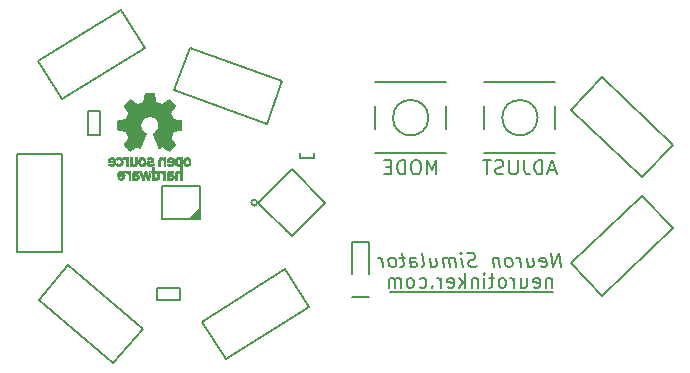
<source format=gbr>
G04 #@! TF.FileFunction,Legend,Bot*
%FSLAX46Y46*%
G04 Gerber Fmt 4.6, Leading zero omitted, Abs format (unit mm)*
G04 Created by KiCad (PCBNEW 4.0.2-4+6225~38~ubuntu14.04.1-stable) date Wed 22 Jun 2016 06:39:26 PM CDT*
%MOMM*%
G01*
G04 APERTURE LIST*
%ADD10C,0.100000*%
%ADD11C,0.200000*%
%ADD12C,0.010000*%
%ADD13C,0.150000*%
G04 APERTURE END LIST*
D10*
D11*
X84340000Y-108000000D02*
X70490000Y-108000000D01*
X84986427Y-105892857D02*
X84836427Y-104692857D01*
X84300712Y-105892857D01*
X84150712Y-104692857D01*
X83264998Y-105835714D02*
X83386427Y-105892857D01*
X83614998Y-105892857D01*
X83722141Y-105835714D01*
X83764999Y-105721429D01*
X83707856Y-105264286D01*
X83636427Y-105150000D01*
X83514998Y-105092857D01*
X83286427Y-105092857D01*
X83179284Y-105150000D01*
X83136427Y-105264286D01*
X83150712Y-105378571D01*
X83736427Y-105492857D01*
X82086427Y-105092857D02*
X82186427Y-105892857D01*
X82600713Y-105092857D02*
X82679285Y-105721429D01*
X82636427Y-105835714D01*
X82529284Y-105892857D01*
X82357856Y-105892857D01*
X82236427Y-105835714D01*
X82172141Y-105778571D01*
X81614999Y-105892857D02*
X81514999Y-105092857D01*
X81543571Y-105321429D02*
X81472142Y-105207143D01*
X81407856Y-105150000D01*
X81286427Y-105092857D01*
X81172142Y-105092857D01*
X80700713Y-105892857D02*
X80807856Y-105835714D01*
X80857856Y-105778571D01*
X80900714Y-105664286D01*
X80857857Y-105321429D01*
X80786428Y-105207143D01*
X80722142Y-105150000D01*
X80600713Y-105092857D01*
X80429285Y-105092857D01*
X80322142Y-105150000D01*
X80272142Y-105207143D01*
X80229285Y-105321429D01*
X80272142Y-105664286D01*
X80343570Y-105778571D01*
X80407856Y-105835714D01*
X80529285Y-105892857D01*
X80700713Y-105892857D01*
X79686428Y-105092857D02*
X79786428Y-105892857D01*
X79700714Y-105207143D02*
X79636428Y-105150000D01*
X79514999Y-105092857D01*
X79343571Y-105092857D01*
X79236428Y-105150000D01*
X79193571Y-105264286D01*
X79272142Y-105892857D01*
X77836428Y-105835714D02*
X77672142Y-105892857D01*
X77386428Y-105892857D01*
X77264999Y-105835714D01*
X77200713Y-105778571D01*
X77129285Y-105664286D01*
X77114999Y-105550000D01*
X77157856Y-105435714D01*
X77207856Y-105378571D01*
X77315000Y-105321429D01*
X77536428Y-105264286D01*
X77643571Y-105207143D01*
X77693571Y-105150000D01*
X77736428Y-105035714D01*
X77722143Y-104921429D01*
X77650714Y-104807143D01*
X77586428Y-104750000D01*
X77464999Y-104692857D01*
X77179285Y-104692857D01*
X77014999Y-104750000D01*
X76643571Y-105892857D02*
X76543571Y-105092857D01*
X76493571Y-104692857D02*
X76557857Y-104750000D01*
X76507857Y-104807143D01*
X76443571Y-104750000D01*
X76493571Y-104692857D01*
X76507857Y-104807143D01*
X76072142Y-105892857D02*
X75972142Y-105092857D01*
X75986428Y-105207143D02*
X75922142Y-105150000D01*
X75800713Y-105092857D01*
X75629285Y-105092857D01*
X75522142Y-105150000D01*
X75479285Y-105264286D01*
X75557856Y-105892857D01*
X75479285Y-105264286D02*
X75407856Y-105150000D01*
X75286427Y-105092857D01*
X75114999Y-105092857D01*
X75007856Y-105150000D01*
X74964999Y-105264286D01*
X75043570Y-105892857D01*
X73857856Y-105092857D02*
X73957856Y-105892857D01*
X74372142Y-105092857D02*
X74450714Y-105721429D01*
X74407856Y-105835714D01*
X74300713Y-105892857D01*
X74129285Y-105892857D01*
X74007856Y-105835714D01*
X73943570Y-105778571D01*
X73214999Y-105892857D02*
X73322142Y-105835714D01*
X73365000Y-105721429D01*
X73236428Y-104692857D01*
X72243571Y-105892857D02*
X72165000Y-105264286D01*
X72207857Y-105150000D01*
X72315000Y-105092857D01*
X72543571Y-105092857D01*
X72665000Y-105150000D01*
X72236428Y-105835714D02*
X72357857Y-105892857D01*
X72643571Y-105892857D01*
X72750714Y-105835714D01*
X72793572Y-105721429D01*
X72779286Y-105607143D01*
X72707857Y-105492857D01*
X72586428Y-105435714D01*
X72300714Y-105435714D01*
X72179285Y-105378571D01*
X71743571Y-105092857D02*
X71286428Y-105092857D01*
X71522143Y-104692857D02*
X71650715Y-105721429D01*
X71607857Y-105835714D01*
X71500714Y-105892857D01*
X71386428Y-105892857D01*
X70815000Y-105892857D02*
X70922143Y-105835714D01*
X70972143Y-105778571D01*
X71015001Y-105664286D01*
X70972144Y-105321429D01*
X70900715Y-105207143D01*
X70836429Y-105150000D01*
X70715000Y-105092857D01*
X70543572Y-105092857D01*
X70436429Y-105150000D01*
X70386429Y-105207143D01*
X70343572Y-105321429D01*
X70386429Y-105664286D01*
X70457857Y-105778571D01*
X70522143Y-105835714D01*
X70643572Y-105892857D01*
X70815000Y-105892857D01*
X69900715Y-105892857D02*
X69800715Y-105092857D01*
X69829287Y-105321429D02*
X69757858Y-105207143D01*
X69693572Y-105150000D01*
X69572143Y-105092857D01*
X69457858Y-105092857D01*
X84204285Y-106842857D02*
X84204285Y-107642857D01*
X84204285Y-106957143D02*
X84147142Y-106900000D01*
X84032856Y-106842857D01*
X83861428Y-106842857D01*
X83747142Y-106900000D01*
X83689999Y-107014286D01*
X83689999Y-107642857D01*
X82661428Y-107585714D02*
X82775714Y-107642857D01*
X83004285Y-107642857D01*
X83118571Y-107585714D01*
X83175714Y-107471429D01*
X83175714Y-107014286D01*
X83118571Y-106900000D01*
X83004285Y-106842857D01*
X82775714Y-106842857D01*
X82661428Y-106900000D01*
X82604285Y-107014286D01*
X82604285Y-107128571D01*
X83175714Y-107242857D01*
X81575714Y-106842857D02*
X81575714Y-107642857D01*
X82090000Y-106842857D02*
X82090000Y-107471429D01*
X82032857Y-107585714D01*
X81918571Y-107642857D01*
X81747143Y-107642857D01*
X81632857Y-107585714D01*
X81575714Y-107528571D01*
X81004286Y-107642857D02*
X81004286Y-106842857D01*
X81004286Y-107071429D02*
X80947143Y-106957143D01*
X80890000Y-106900000D01*
X80775714Y-106842857D01*
X80661429Y-106842857D01*
X80090000Y-107642857D02*
X80204286Y-107585714D01*
X80261429Y-107528571D01*
X80318572Y-107414286D01*
X80318572Y-107071429D01*
X80261429Y-106957143D01*
X80204286Y-106900000D01*
X80090000Y-106842857D01*
X79918572Y-106842857D01*
X79804286Y-106900000D01*
X79747143Y-106957143D01*
X79690000Y-107071429D01*
X79690000Y-107414286D01*
X79747143Y-107528571D01*
X79804286Y-107585714D01*
X79918572Y-107642857D01*
X80090000Y-107642857D01*
X79347143Y-106842857D02*
X78890000Y-106842857D01*
X79175715Y-106442857D02*
X79175715Y-107471429D01*
X79118572Y-107585714D01*
X79004286Y-107642857D01*
X78890000Y-107642857D01*
X78490001Y-107642857D02*
X78490001Y-106842857D01*
X78490001Y-106442857D02*
X78547144Y-106500000D01*
X78490001Y-106557143D01*
X78432858Y-106500000D01*
X78490001Y-106442857D01*
X78490001Y-106557143D01*
X77918572Y-106842857D02*
X77918572Y-107642857D01*
X77918572Y-106957143D02*
X77861429Y-106900000D01*
X77747143Y-106842857D01*
X77575715Y-106842857D01*
X77461429Y-106900000D01*
X77404286Y-107014286D01*
X77404286Y-107642857D01*
X76832858Y-107642857D02*
X76832858Y-106442857D01*
X76718572Y-107185714D02*
X76375715Y-107642857D01*
X76375715Y-106842857D02*
X76832858Y-107300000D01*
X75404286Y-107585714D02*
X75518572Y-107642857D01*
X75747143Y-107642857D01*
X75861429Y-107585714D01*
X75918572Y-107471429D01*
X75918572Y-107014286D01*
X75861429Y-106900000D01*
X75747143Y-106842857D01*
X75518572Y-106842857D01*
X75404286Y-106900000D01*
X75347143Y-107014286D01*
X75347143Y-107128571D01*
X75918572Y-107242857D01*
X74832858Y-107642857D02*
X74832858Y-106842857D01*
X74832858Y-107071429D02*
X74775715Y-106957143D01*
X74718572Y-106900000D01*
X74604286Y-106842857D01*
X74490001Y-106842857D01*
X74090001Y-107528571D02*
X74032858Y-107585714D01*
X74090001Y-107642857D01*
X74147144Y-107585714D01*
X74090001Y-107528571D01*
X74090001Y-107642857D01*
X73004286Y-107585714D02*
X73118572Y-107642857D01*
X73347143Y-107642857D01*
X73461429Y-107585714D01*
X73518572Y-107528571D01*
X73575715Y-107414286D01*
X73575715Y-107071429D01*
X73518572Y-106957143D01*
X73461429Y-106900000D01*
X73347143Y-106842857D01*
X73118572Y-106842857D01*
X73004286Y-106900000D01*
X72318572Y-107642857D02*
X72432858Y-107585714D01*
X72490001Y-107528571D01*
X72547144Y-107414286D01*
X72547144Y-107071429D01*
X72490001Y-106957143D01*
X72432858Y-106900000D01*
X72318572Y-106842857D01*
X72147144Y-106842857D01*
X72032858Y-106900000D01*
X71975715Y-106957143D01*
X71918572Y-107071429D01*
X71918572Y-107414286D01*
X71975715Y-107528571D01*
X72032858Y-107585714D01*
X72147144Y-107642857D01*
X72318572Y-107642857D01*
X71404287Y-107642857D02*
X71404287Y-106842857D01*
X71404287Y-106957143D02*
X71347144Y-106900000D01*
X71232858Y-106842857D01*
X71061430Y-106842857D01*
X70947144Y-106900000D01*
X70890001Y-107014286D01*
X70890001Y-107642857D01*
X70890001Y-107014286D02*
X70832858Y-106900000D01*
X70718572Y-106842857D01*
X70547144Y-106842857D01*
X70432858Y-106900000D01*
X70375715Y-107014286D01*
X70375715Y-107642857D01*
X84500000Y-97700000D02*
X83928571Y-97700000D01*
X84614285Y-98042857D02*
X84214285Y-96842857D01*
X83814285Y-98042857D01*
X83414286Y-98042857D02*
X83414286Y-96842857D01*
X83128571Y-96842857D01*
X82957143Y-96900000D01*
X82842857Y-97014286D01*
X82785714Y-97128571D01*
X82728571Y-97357143D01*
X82728571Y-97528571D01*
X82785714Y-97757143D01*
X82842857Y-97871429D01*
X82957143Y-97985714D01*
X83128571Y-98042857D01*
X83414286Y-98042857D01*
X81871429Y-96842857D02*
X81871429Y-97700000D01*
X81928571Y-97871429D01*
X82042857Y-97985714D01*
X82214286Y-98042857D01*
X82328571Y-98042857D01*
X81300000Y-96842857D02*
X81300000Y-97814286D01*
X81242857Y-97928571D01*
X81185714Y-97985714D01*
X81071428Y-98042857D01*
X80842857Y-98042857D01*
X80728571Y-97985714D01*
X80671428Y-97928571D01*
X80614285Y-97814286D01*
X80614285Y-96842857D01*
X80100000Y-97985714D02*
X79928571Y-98042857D01*
X79642857Y-98042857D01*
X79528571Y-97985714D01*
X79471428Y-97928571D01*
X79414285Y-97814286D01*
X79414285Y-97700000D01*
X79471428Y-97585714D01*
X79528571Y-97528571D01*
X79642857Y-97471429D01*
X79871428Y-97414286D01*
X79985714Y-97357143D01*
X80042857Y-97300000D01*
X80100000Y-97185714D01*
X80100000Y-97071429D01*
X80042857Y-96957143D01*
X79985714Y-96900000D01*
X79871428Y-96842857D01*
X79585714Y-96842857D01*
X79414285Y-96900000D01*
X79071428Y-96842857D02*
X78385714Y-96842857D01*
X78728571Y-98042857D02*
X78728571Y-96842857D01*
X74421429Y-98042857D02*
X74421429Y-96842857D01*
X74021429Y-97700000D01*
X73621429Y-96842857D01*
X73621429Y-98042857D01*
X72821428Y-96842857D02*
X72592857Y-96842857D01*
X72478571Y-96900000D01*
X72364285Y-97014286D01*
X72307143Y-97242857D01*
X72307143Y-97642857D01*
X72364285Y-97871429D01*
X72478571Y-97985714D01*
X72592857Y-98042857D01*
X72821428Y-98042857D01*
X72935714Y-97985714D01*
X73050000Y-97871429D01*
X73107143Y-97642857D01*
X73107143Y-97242857D01*
X73050000Y-97014286D01*
X72935714Y-96900000D01*
X72821428Y-96842857D01*
X71792857Y-98042857D02*
X71792857Y-96842857D01*
X71507142Y-96842857D01*
X71335714Y-96900000D01*
X71221428Y-97014286D01*
X71164285Y-97128571D01*
X71107142Y-97357143D01*
X71107142Y-97528571D01*
X71164285Y-97757143D01*
X71221428Y-97871429D01*
X71335714Y-97985714D01*
X71507142Y-98042857D01*
X71792857Y-98042857D01*
X70592857Y-97414286D02*
X70192857Y-97414286D01*
X70021428Y-98042857D02*
X70592857Y-98042857D01*
X70592857Y-96842857D01*
X70021428Y-96842857D01*
D12*
G36*
X51899882Y-97750394D02*
X51864305Y-97751740D01*
X51831912Y-97754240D01*
X51805355Y-97757861D01*
X51794782Y-97760162D01*
X51744780Y-97777167D01*
X51703192Y-97799798D01*
X51669861Y-97828213D01*
X51644632Y-97862567D01*
X51627351Y-97903015D01*
X51619755Y-97935926D01*
X51618526Y-97948834D01*
X51617429Y-97971146D01*
X51616477Y-98002102D01*
X51615685Y-98040940D01*
X51615067Y-98086899D01*
X51614636Y-98139218D01*
X51614407Y-98197136D01*
X51614372Y-98229373D01*
X51614334Y-98489879D01*
X51766825Y-98489879D01*
X51766825Y-98430625D01*
X51789516Y-98452367D01*
X51809814Y-98468673D01*
X51832899Y-98480588D01*
X51860467Y-98488578D01*
X51894214Y-98493105D01*
X51935836Y-98494634D01*
X51943997Y-98494628D01*
X51977458Y-98493742D01*
X52006752Y-98491588D01*
X52029367Y-98488374D01*
X52035656Y-98486928D01*
X52078210Y-98470905D01*
X52117172Y-98447329D01*
X52150762Y-98417641D01*
X52177198Y-98383282D01*
X52187509Y-98364087D01*
X52197874Y-98332476D01*
X52203310Y-98295358D01*
X52203585Y-98265106D01*
X52061642Y-98265106D01*
X52057069Y-98292518D01*
X52043501Y-98315387D01*
X52021169Y-98333441D01*
X51993128Y-98345552D01*
X51975352Y-98349055D01*
X51950495Y-98351274D01*
X51921557Y-98352218D01*
X51891541Y-98351895D01*
X51863449Y-98350314D01*
X51840282Y-98347482D01*
X51829717Y-98345104D01*
X51812470Y-98338266D01*
X51797702Y-98329531D01*
X51792899Y-98325381D01*
X51780392Y-98305520D01*
X51771794Y-98277257D01*
X51767379Y-98241683D01*
X51766825Y-98221782D01*
X51766825Y-98178954D01*
X51877382Y-98180654D01*
X51913868Y-98181265D01*
X51941756Y-98181936D01*
X51962612Y-98182833D01*
X51978004Y-98184124D01*
X51989500Y-98185973D01*
X51998666Y-98188548D01*
X52007069Y-98192013D01*
X52013346Y-98195062D01*
X52038626Y-98212115D01*
X52054649Y-98233348D01*
X52061402Y-98258743D01*
X52061642Y-98265106D01*
X52203585Y-98265106D01*
X52203666Y-98256202D01*
X52198794Y-98218473D01*
X52194496Y-98201696D01*
X52176813Y-98160927D01*
X52150962Y-98125515D01*
X52118030Y-98096617D01*
X52079108Y-98075386D01*
X52073384Y-98073144D01*
X52051922Y-98066410D01*
X52026911Y-98061183D01*
X51997037Y-98057334D01*
X51960985Y-98054736D01*
X51917443Y-98053259D01*
X51865095Y-98052776D01*
X51864674Y-98052776D01*
X51766825Y-98052737D01*
X51766833Y-98005719D01*
X51768761Y-97970552D01*
X51775205Y-97943650D01*
X51787179Y-97923735D01*
X51805695Y-97909527D01*
X51831765Y-97899750D01*
X51854587Y-97894935D01*
X51882655Y-97891848D01*
X51913785Y-97891083D01*
X51944873Y-97892475D01*
X51972811Y-97895864D01*
X51994495Y-97901086D01*
X51998065Y-97902443D01*
X52013663Y-97911348D01*
X52029744Y-97924056D01*
X52034593Y-97928815D01*
X52051885Y-97947150D01*
X52110136Y-97902959D01*
X52130889Y-97886913D01*
X52148380Y-97872815D01*
X52161161Y-97861877D01*
X52167785Y-97855310D01*
X52168386Y-97854199D01*
X52164994Y-97848706D01*
X52156002Y-97838249D01*
X52143184Y-97824858D01*
X52139856Y-97821551D01*
X52103632Y-97792699D01*
X52060734Y-97770301D01*
X52020978Y-97757246D01*
X51999191Y-97753630D01*
X51969978Y-97751305D01*
X51935991Y-97750238D01*
X51899882Y-97750394D01*
X51899882Y-97750394D01*
G37*
X51899882Y-97750394D02*
X51864305Y-97751740D01*
X51831912Y-97754240D01*
X51805355Y-97757861D01*
X51794782Y-97760162D01*
X51744780Y-97777167D01*
X51703192Y-97799798D01*
X51669861Y-97828213D01*
X51644632Y-97862567D01*
X51627351Y-97903015D01*
X51619755Y-97935926D01*
X51618526Y-97948834D01*
X51617429Y-97971146D01*
X51616477Y-98002102D01*
X51615685Y-98040940D01*
X51615067Y-98086899D01*
X51614636Y-98139218D01*
X51614407Y-98197136D01*
X51614372Y-98229373D01*
X51614334Y-98489879D01*
X51766825Y-98489879D01*
X51766825Y-98430625D01*
X51789516Y-98452367D01*
X51809814Y-98468673D01*
X51832899Y-98480588D01*
X51860467Y-98488578D01*
X51894214Y-98493105D01*
X51935836Y-98494634D01*
X51943997Y-98494628D01*
X51977458Y-98493742D01*
X52006752Y-98491588D01*
X52029367Y-98488374D01*
X52035656Y-98486928D01*
X52078210Y-98470905D01*
X52117172Y-98447329D01*
X52150762Y-98417641D01*
X52177198Y-98383282D01*
X52187509Y-98364087D01*
X52197874Y-98332476D01*
X52203310Y-98295358D01*
X52203585Y-98265106D01*
X52061642Y-98265106D01*
X52057069Y-98292518D01*
X52043501Y-98315387D01*
X52021169Y-98333441D01*
X51993128Y-98345552D01*
X51975352Y-98349055D01*
X51950495Y-98351274D01*
X51921557Y-98352218D01*
X51891541Y-98351895D01*
X51863449Y-98350314D01*
X51840282Y-98347482D01*
X51829717Y-98345104D01*
X51812470Y-98338266D01*
X51797702Y-98329531D01*
X51792899Y-98325381D01*
X51780392Y-98305520D01*
X51771794Y-98277257D01*
X51767379Y-98241683D01*
X51766825Y-98221782D01*
X51766825Y-98178954D01*
X51877382Y-98180654D01*
X51913868Y-98181265D01*
X51941756Y-98181936D01*
X51962612Y-98182833D01*
X51978004Y-98184124D01*
X51989500Y-98185973D01*
X51998666Y-98188548D01*
X52007069Y-98192013D01*
X52013346Y-98195062D01*
X52038626Y-98212115D01*
X52054649Y-98233348D01*
X52061402Y-98258743D01*
X52061642Y-98265106D01*
X52203585Y-98265106D01*
X52203666Y-98256202D01*
X52198794Y-98218473D01*
X52194496Y-98201696D01*
X52176813Y-98160927D01*
X52150962Y-98125515D01*
X52118030Y-98096617D01*
X52079108Y-98075386D01*
X52073384Y-98073144D01*
X52051922Y-98066410D01*
X52026911Y-98061183D01*
X51997037Y-98057334D01*
X51960985Y-98054736D01*
X51917443Y-98053259D01*
X51865095Y-98052776D01*
X51864674Y-98052776D01*
X51766825Y-98052737D01*
X51766833Y-98005719D01*
X51768761Y-97970552D01*
X51775205Y-97943650D01*
X51787179Y-97923735D01*
X51805695Y-97909527D01*
X51831765Y-97899750D01*
X51854587Y-97894935D01*
X51882655Y-97891848D01*
X51913785Y-97891083D01*
X51944873Y-97892475D01*
X51972811Y-97895864D01*
X51994495Y-97901086D01*
X51998065Y-97902443D01*
X52013663Y-97911348D01*
X52029744Y-97924056D01*
X52034593Y-97928815D01*
X52051885Y-97947150D01*
X52110136Y-97902959D01*
X52130889Y-97886913D01*
X52148380Y-97872815D01*
X52161161Y-97861877D01*
X52167785Y-97855310D01*
X52168386Y-97854199D01*
X52164994Y-97848706D01*
X52156002Y-97838249D01*
X52143184Y-97824858D01*
X52139856Y-97821551D01*
X52103632Y-97792699D01*
X52060734Y-97770301D01*
X52020978Y-97757246D01*
X51999191Y-97753630D01*
X51969978Y-97751305D01*
X51935991Y-97750238D01*
X51899882Y-97750394D01*
G36*
X50379153Y-98489879D02*
X50531644Y-98489879D01*
X50531644Y-98417534D01*
X50551794Y-98435738D01*
X50579450Y-98456248D01*
X50612908Y-98474146D01*
X50647809Y-98487133D01*
X50651096Y-98488043D01*
X50677982Y-98492707D01*
X50710357Y-98494551D01*
X50744229Y-98493653D01*
X50775607Y-98490096D01*
X50797173Y-98485092D01*
X50840594Y-98466021D01*
X50879130Y-98438667D01*
X50911657Y-98404191D01*
X50937051Y-98363754D01*
X50952451Y-98324680D01*
X50954870Y-98313723D01*
X50956883Y-98298009D01*
X50958545Y-98276540D01*
X50959912Y-98248313D01*
X50961040Y-98212328D01*
X50961983Y-98167583D01*
X50962326Y-98146739D01*
X50962546Y-98123900D01*
X50813218Y-98123900D01*
X50813120Y-98157698D01*
X50812588Y-98183457D01*
X50811432Y-98203299D01*
X50809462Y-98219347D01*
X50806488Y-98233725D01*
X50802321Y-98248555D01*
X50801972Y-98249690D01*
X50786856Y-98285764D01*
X50766362Y-98313221D01*
X50740323Y-98332175D01*
X50708573Y-98342737D01*
X50670946Y-98345019D01*
X50661481Y-98344387D01*
X50641310Y-98341582D01*
X50622274Y-98337259D01*
X50613192Y-98334217D01*
X50588534Y-98320065D01*
X50568624Y-98299821D01*
X50553266Y-98272902D01*
X50542262Y-98238724D01*
X50535418Y-98196704D01*
X50532536Y-98146259D01*
X50533070Y-98095943D01*
X50535104Y-98055583D01*
X50538348Y-98023494D01*
X50543228Y-97997811D01*
X50550170Y-97976668D01*
X50559600Y-97958199D01*
X50567107Y-97946963D01*
X50583961Y-97927668D01*
X50603108Y-97914524D01*
X50626675Y-97906651D01*
X50656789Y-97903170D01*
X50673970Y-97902801D01*
X50697499Y-97903078D01*
X50713936Y-97904327D01*
X50726349Y-97907151D01*
X50737804Y-97912151D01*
X50746517Y-97917046D01*
X50766200Y-97930994D01*
X50781881Y-97947963D01*
X50793931Y-97969099D01*
X50802718Y-97995549D01*
X50808612Y-98028458D01*
X50811983Y-98068972D01*
X50813200Y-98118236D01*
X50813218Y-98123900D01*
X50962546Y-98123900D01*
X50962902Y-98087017D01*
X50962488Y-98036319D01*
X50960845Y-97993532D01*
X50957738Y-97957540D01*
X50952930Y-97927232D01*
X50946185Y-97901492D01*
X50937267Y-97879208D01*
X50925938Y-97859264D01*
X50911963Y-97840548D01*
X50895105Y-97821946D01*
X50892902Y-97819693D01*
X50855572Y-97788628D01*
X50814082Y-97766221D01*
X50769685Y-97752528D01*
X50723633Y-97747603D01*
X50677177Y-97751497D01*
X50631570Y-97764266D01*
X50588064Y-97785963D01*
X50560802Y-97805451D01*
X50531644Y-97829200D01*
X50531644Y-97463103D01*
X50379153Y-97463103D01*
X50379153Y-98489879D01*
X50379153Y-98489879D01*
G37*
X50379153Y-98489879D02*
X50531644Y-98489879D01*
X50531644Y-98417534D01*
X50551794Y-98435738D01*
X50579450Y-98456248D01*
X50612908Y-98474146D01*
X50647809Y-98487133D01*
X50651096Y-98488043D01*
X50677982Y-98492707D01*
X50710357Y-98494551D01*
X50744229Y-98493653D01*
X50775607Y-98490096D01*
X50797173Y-98485092D01*
X50840594Y-98466021D01*
X50879130Y-98438667D01*
X50911657Y-98404191D01*
X50937051Y-98363754D01*
X50952451Y-98324680D01*
X50954870Y-98313723D01*
X50956883Y-98298009D01*
X50958545Y-98276540D01*
X50959912Y-98248313D01*
X50961040Y-98212328D01*
X50961983Y-98167583D01*
X50962326Y-98146739D01*
X50962546Y-98123900D01*
X50813218Y-98123900D01*
X50813120Y-98157698D01*
X50812588Y-98183457D01*
X50811432Y-98203299D01*
X50809462Y-98219347D01*
X50806488Y-98233725D01*
X50802321Y-98248555D01*
X50801972Y-98249690D01*
X50786856Y-98285764D01*
X50766362Y-98313221D01*
X50740323Y-98332175D01*
X50708573Y-98342737D01*
X50670946Y-98345019D01*
X50661481Y-98344387D01*
X50641310Y-98341582D01*
X50622274Y-98337259D01*
X50613192Y-98334217D01*
X50588534Y-98320065D01*
X50568624Y-98299821D01*
X50553266Y-98272902D01*
X50542262Y-98238724D01*
X50535418Y-98196704D01*
X50532536Y-98146259D01*
X50533070Y-98095943D01*
X50535104Y-98055583D01*
X50538348Y-98023494D01*
X50543228Y-97997811D01*
X50550170Y-97976668D01*
X50559600Y-97958199D01*
X50567107Y-97946963D01*
X50583961Y-97927668D01*
X50603108Y-97914524D01*
X50626675Y-97906651D01*
X50656789Y-97903170D01*
X50673970Y-97902801D01*
X50697499Y-97903078D01*
X50713936Y-97904327D01*
X50726349Y-97907151D01*
X50737804Y-97912151D01*
X50746517Y-97917046D01*
X50766200Y-97930994D01*
X50781881Y-97947963D01*
X50793931Y-97969099D01*
X50802718Y-97995549D01*
X50808612Y-98028458D01*
X50811983Y-98068972D01*
X50813200Y-98118236D01*
X50813218Y-98123900D01*
X50962546Y-98123900D01*
X50962902Y-98087017D01*
X50962488Y-98036319D01*
X50960845Y-97993532D01*
X50957738Y-97957540D01*
X50952930Y-97927232D01*
X50946185Y-97901492D01*
X50937267Y-97879208D01*
X50925938Y-97859264D01*
X50911963Y-97840548D01*
X50895105Y-97821946D01*
X50892902Y-97819693D01*
X50855572Y-97788628D01*
X50814082Y-97766221D01*
X50769685Y-97752528D01*
X50723633Y-97747603D01*
X50677177Y-97751497D01*
X50631570Y-97764266D01*
X50588064Y-97785963D01*
X50560802Y-97805451D01*
X50531644Y-97829200D01*
X50531644Y-97463103D01*
X50379153Y-97463103D01*
X50379153Y-98489879D01*
G36*
X48950816Y-97749322D02*
X48889611Y-97754702D01*
X48836849Y-97765344D01*
X48792140Y-97781476D01*
X48755094Y-97803327D01*
X48725322Y-97831125D01*
X48702433Y-97865100D01*
X48686376Y-97904378D01*
X48684185Y-97911926D01*
X48682337Y-97919810D01*
X48680804Y-97928923D01*
X48679555Y-97940160D01*
X48678562Y-97954415D01*
X48677795Y-97972582D01*
X48677227Y-97995556D01*
X48676827Y-98024230D01*
X48676566Y-98059499D01*
X48676416Y-98102258D01*
X48676347Y-98153399D01*
X48676331Y-98213389D01*
X48676331Y-98489879D01*
X48823740Y-98489879D01*
X48823740Y-98428159D01*
X48840817Y-98446266D01*
X48855103Y-98458473D01*
X48874018Y-98470942D01*
X48887835Y-98478252D01*
X48900472Y-98483777D01*
X48912043Y-98487665D01*
X48924816Y-98490249D01*
X48941056Y-98491863D01*
X48963030Y-98492838D01*
X48991480Y-98493481D01*
X49027712Y-98493687D01*
X49055684Y-98492724D01*
X49077247Y-98490477D01*
X49093141Y-98487142D01*
X49140370Y-98469765D01*
X49180547Y-98445424D01*
X49201798Y-98427086D01*
X49229531Y-98393366D01*
X49249093Y-98355601D01*
X49260677Y-98315180D01*
X49264478Y-98273491D01*
X49262412Y-98250826D01*
X49120215Y-98250826D01*
X49119947Y-98276370D01*
X49116287Y-98289093D01*
X49104664Y-98311260D01*
X49087869Y-98327842D01*
X49063585Y-98341029D01*
X49059536Y-98342697D01*
X49047826Y-98346794D01*
X49035441Y-98349522D01*
X49020151Y-98351083D01*
X48999728Y-98351678D01*
X48971942Y-98351508D01*
X48963523Y-98351368D01*
X48933626Y-98350623D01*
X48911814Y-98349450D01*
X48896008Y-98347581D01*
X48884129Y-98344753D01*
X48874098Y-98340697D01*
X48872029Y-98339663D01*
X48854879Y-98327685D01*
X48842161Y-98310903D01*
X48833281Y-98287933D01*
X48827644Y-98257392D01*
X48825322Y-98230987D01*
X48822151Y-98178949D01*
X48936043Y-98180774D01*
X48975124Y-98181529D01*
X49005423Y-98182459D01*
X49028325Y-98183671D01*
X49045216Y-98185272D01*
X49057480Y-98187371D01*
X49066501Y-98190074D01*
X49068948Y-98191092D01*
X49094027Y-98206761D01*
X49111346Y-98227148D01*
X49120215Y-98250826D01*
X49262412Y-98250826D01*
X49260689Y-98231924D01*
X49249505Y-98191867D01*
X49231119Y-98154709D01*
X49205725Y-98121840D01*
X49173517Y-98094649D01*
X49153765Y-98083021D01*
X49138119Y-98075497D01*
X49122932Y-98069522D01*
X49106717Y-98064884D01*
X49087983Y-98061370D01*
X49065241Y-98058768D01*
X49037002Y-98056867D01*
X49001777Y-98055452D01*
X48958077Y-98054313D01*
X48951439Y-98054169D01*
X48822444Y-98051407D01*
X48824830Y-98001871D01*
X48826577Y-97975960D01*
X48829228Y-97957564D01*
X48833310Y-97944041D01*
X48838265Y-97934456D01*
X48855432Y-97916224D01*
X48881203Y-97902780D01*
X48915146Y-97894247D01*
X48956834Y-97890749D01*
X48989003Y-97891289D01*
X49027317Y-97895462D01*
X49057524Y-97903952D01*
X49080937Y-97917243D01*
X49094678Y-97930476D01*
X49104566Y-97940019D01*
X49112813Y-97944272D01*
X49114842Y-97944067D01*
X49123063Y-97938898D01*
X49136507Y-97929079D01*
X49153334Y-97916102D01*
X49171706Y-97901458D01*
X49189781Y-97886640D01*
X49205722Y-97873140D01*
X49217687Y-97862450D01*
X49223838Y-97856062D01*
X49224245Y-97855336D01*
X49221945Y-97847644D01*
X49212863Y-97836034D01*
X49198772Y-97822080D01*
X49181444Y-97807359D01*
X49162651Y-97793445D01*
X49144164Y-97781914D01*
X49138045Y-97778709D01*
X49096402Y-97762740D01*
X49048255Y-97752791D01*
X48992895Y-97748752D01*
X48950816Y-97749322D01*
X48950816Y-97749322D01*
G37*
X48950816Y-97749322D02*
X48889611Y-97754702D01*
X48836849Y-97765344D01*
X48792140Y-97781476D01*
X48755094Y-97803327D01*
X48725322Y-97831125D01*
X48702433Y-97865100D01*
X48686376Y-97904378D01*
X48684185Y-97911926D01*
X48682337Y-97919810D01*
X48680804Y-97928923D01*
X48679555Y-97940160D01*
X48678562Y-97954415D01*
X48677795Y-97972582D01*
X48677227Y-97995556D01*
X48676827Y-98024230D01*
X48676566Y-98059499D01*
X48676416Y-98102258D01*
X48676347Y-98153399D01*
X48676331Y-98213389D01*
X48676331Y-98489879D01*
X48823740Y-98489879D01*
X48823740Y-98428159D01*
X48840817Y-98446266D01*
X48855103Y-98458473D01*
X48874018Y-98470942D01*
X48887835Y-98478252D01*
X48900472Y-98483777D01*
X48912043Y-98487665D01*
X48924816Y-98490249D01*
X48941056Y-98491863D01*
X48963030Y-98492838D01*
X48991480Y-98493481D01*
X49027712Y-98493687D01*
X49055684Y-98492724D01*
X49077247Y-98490477D01*
X49093141Y-98487142D01*
X49140370Y-98469765D01*
X49180547Y-98445424D01*
X49201798Y-98427086D01*
X49229531Y-98393366D01*
X49249093Y-98355601D01*
X49260677Y-98315180D01*
X49264478Y-98273491D01*
X49262412Y-98250826D01*
X49120215Y-98250826D01*
X49119947Y-98276370D01*
X49116287Y-98289093D01*
X49104664Y-98311260D01*
X49087869Y-98327842D01*
X49063585Y-98341029D01*
X49059536Y-98342697D01*
X49047826Y-98346794D01*
X49035441Y-98349522D01*
X49020151Y-98351083D01*
X48999728Y-98351678D01*
X48971942Y-98351508D01*
X48963523Y-98351368D01*
X48933626Y-98350623D01*
X48911814Y-98349450D01*
X48896008Y-98347581D01*
X48884129Y-98344753D01*
X48874098Y-98340697D01*
X48872029Y-98339663D01*
X48854879Y-98327685D01*
X48842161Y-98310903D01*
X48833281Y-98287933D01*
X48827644Y-98257392D01*
X48825322Y-98230987D01*
X48822151Y-98178949D01*
X48936043Y-98180774D01*
X48975124Y-98181529D01*
X49005423Y-98182459D01*
X49028325Y-98183671D01*
X49045216Y-98185272D01*
X49057480Y-98187371D01*
X49066501Y-98190074D01*
X49068948Y-98191092D01*
X49094027Y-98206761D01*
X49111346Y-98227148D01*
X49120215Y-98250826D01*
X49262412Y-98250826D01*
X49260689Y-98231924D01*
X49249505Y-98191867D01*
X49231119Y-98154709D01*
X49205725Y-98121840D01*
X49173517Y-98094649D01*
X49153765Y-98083021D01*
X49138119Y-98075497D01*
X49122932Y-98069522D01*
X49106717Y-98064884D01*
X49087983Y-98061370D01*
X49065241Y-98058768D01*
X49037002Y-98056867D01*
X49001777Y-98055452D01*
X48958077Y-98054313D01*
X48951439Y-98054169D01*
X48822444Y-98051407D01*
X48824830Y-98001871D01*
X48826577Y-97975960D01*
X48829228Y-97957564D01*
X48833310Y-97944041D01*
X48838265Y-97934456D01*
X48855432Y-97916224D01*
X48881203Y-97902780D01*
X48915146Y-97894247D01*
X48956834Y-97890749D01*
X48989003Y-97891289D01*
X49027317Y-97895462D01*
X49057524Y-97903952D01*
X49080937Y-97917243D01*
X49094678Y-97930476D01*
X49104566Y-97940019D01*
X49112813Y-97944272D01*
X49114842Y-97944067D01*
X49123063Y-97938898D01*
X49136507Y-97929079D01*
X49153334Y-97916102D01*
X49171706Y-97901458D01*
X49189781Y-97886640D01*
X49205722Y-97873140D01*
X49217687Y-97862450D01*
X49223838Y-97856062D01*
X49224245Y-97855336D01*
X49221945Y-97847644D01*
X49212863Y-97836034D01*
X49198772Y-97822080D01*
X49181444Y-97807359D01*
X49162651Y-97793445D01*
X49144164Y-97781914D01*
X49138045Y-97778709D01*
X49096402Y-97762740D01*
X49048255Y-97752791D01*
X48992895Y-97748752D01*
X48950816Y-97749322D01*
G36*
X47647704Y-97757152D02*
X47596369Y-97774033D01*
X47550070Y-97799229D01*
X47509521Y-97832209D01*
X47475438Y-97872442D01*
X47448534Y-97919396D01*
X47437509Y-97946604D01*
X47432811Y-97960665D01*
X47429299Y-97973744D01*
X47426753Y-97987783D01*
X47424948Y-98004720D01*
X47423664Y-98026494D01*
X47422678Y-98055046D01*
X47422002Y-98081965D01*
X47419740Y-98179813D01*
X47874609Y-98179813D01*
X47871221Y-98208639D01*
X47861755Y-98249199D01*
X47843687Y-98284456D01*
X47817332Y-98313950D01*
X47784256Y-98336556D01*
X47771589Y-98342774D01*
X47759857Y-98346744D01*
X47746193Y-98348959D01*
X47727735Y-98349911D01*
X47705469Y-98350095D01*
X47680516Y-98349849D01*
X47662548Y-98348726D01*
X47648387Y-98346147D01*
X47634857Y-98341533D01*
X47618816Y-98334325D01*
X47598887Y-98323805D01*
X47579915Y-98312009D01*
X47567314Y-98302556D01*
X47555469Y-98293092D01*
X47546226Y-98287351D01*
X47543623Y-98286557D01*
X47537972Y-98289673D01*
X47526622Y-98298024D01*
X47511345Y-98310116D01*
X47493911Y-98324455D01*
X47476091Y-98339546D01*
X47459657Y-98353896D01*
X47446380Y-98366011D01*
X47438032Y-98374396D01*
X47436067Y-98377287D01*
X47439745Y-98383295D01*
X47449474Y-98393770D01*
X47463292Y-98406918D01*
X47479242Y-98420946D01*
X47495363Y-98434060D01*
X47508844Y-98443899D01*
X47525654Y-98453680D01*
X47547801Y-98464564D01*
X47570970Y-98474459D01*
X47574923Y-98475976D01*
X47592382Y-98482256D01*
X47607408Y-98486666D01*
X47622591Y-98489595D01*
X47640519Y-98491432D01*
X47663784Y-98492564D01*
X47690219Y-98493276D01*
X47722511Y-98493729D01*
X47747235Y-98493292D01*
X47766965Y-98491775D01*
X47784276Y-98488989D01*
X47800206Y-98485160D01*
X47852206Y-98466389D01*
X47897545Y-98439961D01*
X47936128Y-98405984D01*
X47967859Y-98364566D01*
X47992641Y-98315813D01*
X48010377Y-98259834D01*
X48012933Y-98248434D01*
X48021861Y-98189541D01*
X48024733Y-98128506D01*
X48021783Y-98067393D01*
X48019668Y-98052737D01*
X47874364Y-98052737D01*
X47572000Y-98052737D01*
X47575497Y-98026370D01*
X47585149Y-97987744D01*
X47602429Y-97954505D01*
X47626164Y-97927420D01*
X47655182Y-97907253D01*
X47688310Y-97894771D01*
X47724376Y-97890739D01*
X47762207Y-97895923D01*
X47771220Y-97898559D01*
X47802335Y-97913769D01*
X47829103Y-97937176D01*
X47850424Y-97967346D01*
X47865197Y-98002841D01*
X47870843Y-98028593D01*
X47874364Y-98052737D01*
X48019668Y-98052737D01*
X48013249Y-98008267D01*
X47999364Y-97953190D01*
X47980364Y-97904228D01*
X47971787Y-97887538D01*
X47954335Y-97861858D01*
X47930890Y-97835227D01*
X47904236Y-97810303D01*
X47877158Y-97789742D01*
X47857497Y-97778428D01*
X47805200Y-97759080D01*
X47750740Y-97749583D01*
X47703359Y-97749116D01*
X47647704Y-97757152D01*
X47647704Y-97757152D01*
G37*
X47647704Y-97757152D02*
X47596369Y-97774033D01*
X47550070Y-97799229D01*
X47509521Y-97832209D01*
X47475438Y-97872442D01*
X47448534Y-97919396D01*
X47437509Y-97946604D01*
X47432811Y-97960665D01*
X47429299Y-97973744D01*
X47426753Y-97987783D01*
X47424948Y-98004720D01*
X47423664Y-98026494D01*
X47422678Y-98055046D01*
X47422002Y-98081965D01*
X47419740Y-98179813D01*
X47874609Y-98179813D01*
X47871221Y-98208639D01*
X47861755Y-98249199D01*
X47843687Y-98284456D01*
X47817332Y-98313950D01*
X47784256Y-98336556D01*
X47771589Y-98342774D01*
X47759857Y-98346744D01*
X47746193Y-98348959D01*
X47727735Y-98349911D01*
X47705469Y-98350095D01*
X47680516Y-98349849D01*
X47662548Y-98348726D01*
X47648387Y-98346147D01*
X47634857Y-98341533D01*
X47618816Y-98334325D01*
X47598887Y-98323805D01*
X47579915Y-98312009D01*
X47567314Y-98302556D01*
X47555469Y-98293092D01*
X47546226Y-98287351D01*
X47543623Y-98286557D01*
X47537972Y-98289673D01*
X47526622Y-98298024D01*
X47511345Y-98310116D01*
X47493911Y-98324455D01*
X47476091Y-98339546D01*
X47459657Y-98353896D01*
X47446380Y-98366011D01*
X47438032Y-98374396D01*
X47436067Y-98377287D01*
X47439745Y-98383295D01*
X47449474Y-98393770D01*
X47463292Y-98406918D01*
X47479242Y-98420946D01*
X47495363Y-98434060D01*
X47508844Y-98443899D01*
X47525654Y-98453680D01*
X47547801Y-98464564D01*
X47570970Y-98474459D01*
X47574923Y-98475976D01*
X47592382Y-98482256D01*
X47607408Y-98486666D01*
X47622591Y-98489595D01*
X47640519Y-98491432D01*
X47663784Y-98492564D01*
X47690219Y-98493276D01*
X47722511Y-98493729D01*
X47747235Y-98493292D01*
X47766965Y-98491775D01*
X47784276Y-98488989D01*
X47800206Y-98485160D01*
X47852206Y-98466389D01*
X47897545Y-98439961D01*
X47936128Y-98405984D01*
X47967859Y-98364566D01*
X47992641Y-98315813D01*
X48010377Y-98259834D01*
X48012933Y-98248434D01*
X48021861Y-98189541D01*
X48024733Y-98128506D01*
X48021783Y-98067393D01*
X48019668Y-98052737D01*
X47874364Y-98052737D01*
X47572000Y-98052737D01*
X47575497Y-98026370D01*
X47585149Y-97987744D01*
X47602429Y-97954505D01*
X47626164Y-97927420D01*
X47655182Y-97907253D01*
X47688310Y-97894771D01*
X47724376Y-97890739D01*
X47762207Y-97895923D01*
X47771220Y-97898559D01*
X47802335Y-97913769D01*
X47829103Y-97937176D01*
X47850424Y-97967346D01*
X47865197Y-98002841D01*
X47870843Y-98028593D01*
X47874364Y-98052737D01*
X48019668Y-98052737D01*
X48013249Y-98008267D01*
X47999364Y-97953190D01*
X47980364Y-97904228D01*
X47971787Y-97887538D01*
X47954335Y-97861858D01*
X47930890Y-97835227D01*
X47904236Y-97810303D01*
X47877158Y-97789742D01*
X47857497Y-97778428D01*
X47805200Y-97759080D01*
X47750740Y-97749583D01*
X47703359Y-97749116D01*
X47647704Y-97757152D01*
G36*
X52490200Y-96606237D02*
X52450816Y-96618943D01*
X52413774Y-96639487D01*
X52403294Y-96646875D01*
X52369018Y-96677129D01*
X52342919Y-96711853D01*
X52324346Y-96752194D01*
X52312647Y-96799301D01*
X52311126Y-96809262D01*
X52309228Y-96829143D01*
X52307746Y-96857171D01*
X52306678Y-96891339D01*
X52306026Y-96929639D01*
X52305790Y-96970066D01*
X52305970Y-97010611D01*
X52306566Y-97049268D01*
X52307578Y-97084029D01*
X52309006Y-97112888D01*
X52310851Y-97133838D01*
X52311100Y-97135726D01*
X52321084Y-97183320D01*
X52337273Y-97223880D01*
X52360576Y-97259052D01*
X52391903Y-97290481D01*
X52400594Y-97297553D01*
X52427444Y-97316457D01*
X52453708Y-97329708D01*
X52482049Y-97338117D01*
X52515130Y-97342492D01*
X52552157Y-97343652D01*
X52578741Y-97343478D01*
X52597917Y-97342661D01*
X52612441Y-97340752D01*
X52625068Y-97337305D01*
X52638555Y-97331875D01*
X52646184Y-97328413D01*
X52671298Y-97315540D01*
X52696424Y-97299710D01*
X52724703Y-97278904D01*
X52731334Y-97273716D01*
X52732755Y-97274427D01*
X52733960Y-97279421D01*
X52734965Y-97289359D01*
X52735786Y-97304901D01*
X52736437Y-97326706D01*
X52736934Y-97355434D01*
X52737292Y-97391747D01*
X52737527Y-97436304D01*
X52737653Y-97489766D01*
X52737688Y-97546747D01*
X52737688Y-97824792D01*
X52716085Y-97806276D01*
X52679715Y-97781274D01*
X52637330Y-97762584D01*
X52591532Y-97751126D01*
X52550433Y-97747754D01*
X52506312Y-97752248D01*
X52462963Y-97765017D01*
X52422188Y-97784991D01*
X52385790Y-97811101D01*
X52355570Y-97842276D01*
X52333911Y-97876251D01*
X52327933Y-97888659D01*
X52322868Y-97900100D01*
X52318638Y-97911509D01*
X52315169Y-97923819D01*
X52312385Y-97937962D01*
X52310210Y-97954872D01*
X52308569Y-97975483D01*
X52307385Y-98000727D01*
X52306584Y-98031539D01*
X52306090Y-98068850D01*
X52305826Y-98113595D01*
X52305717Y-98166707D01*
X52305689Y-98224290D01*
X52305629Y-98489879D01*
X52452247Y-98489879D01*
X52454235Y-98252247D01*
X52454741Y-98193695D01*
X52455277Y-98144368D01*
X52455957Y-98103324D01*
X52456899Y-98069621D01*
X52458217Y-98042319D01*
X52460030Y-98020476D01*
X52462451Y-98003151D01*
X52465599Y-97989402D01*
X52469589Y-97978288D01*
X52474537Y-97968868D01*
X52480560Y-97960201D01*
X52487773Y-97951344D01*
X52491982Y-97946410D01*
X52512284Y-97926136D01*
X52533620Y-97912895D01*
X52558704Y-97905546D01*
X52590248Y-97902948D01*
X52595469Y-97902899D01*
X52619009Y-97903348D01*
X52636067Y-97905298D01*
X52650293Y-97909434D01*
X52664043Y-97915772D01*
X52682492Y-97927874D01*
X52699821Y-97943422D01*
X52705742Y-97950307D01*
X52712829Y-97959881D01*
X52718782Y-97969077D01*
X52723701Y-97978842D01*
X52727684Y-97990125D01*
X52730830Y-98003871D01*
X52733236Y-98021028D01*
X52735003Y-98042543D01*
X52736228Y-98069364D01*
X52737010Y-98102436D01*
X52737449Y-98142709D01*
X52737642Y-98191127D01*
X52737688Y-98248639D01*
X52737688Y-98489879D01*
X52890179Y-98489879D01*
X52890179Y-96972589D01*
X52737511Y-96972589D01*
X52735843Y-97026822D01*
X52730669Y-97072151D01*
X52721736Y-97109305D01*
X52708788Y-97139013D01*
X52691572Y-97162002D01*
X52669835Y-97179002D01*
X52664477Y-97181980D01*
X52636844Y-97191671D01*
X52604427Y-97195642D01*
X52570860Y-97193877D01*
X52539773Y-97186361D01*
X52530547Y-97182555D01*
X52505320Y-97165492D01*
X52484574Y-97140915D01*
X52470813Y-97112658D01*
X52463807Y-97084756D01*
X52458793Y-97049488D01*
X52455815Y-97009463D01*
X52454915Y-96967292D01*
X52456136Y-96925586D01*
X52459523Y-96886955D01*
X52465117Y-96854009D01*
X52466446Y-96848557D01*
X52479424Y-96813542D01*
X52498311Y-96786720D01*
X52523511Y-96767760D01*
X52555427Y-96756330D01*
X52583169Y-96752553D01*
X52620938Y-96752928D01*
X52652805Y-96759588D01*
X52679080Y-96772971D01*
X52700071Y-96793519D01*
X52716087Y-96821670D01*
X52727436Y-96857866D01*
X52734428Y-96902547D01*
X52737371Y-96956153D01*
X52737511Y-96972589D01*
X52890179Y-96972589D01*
X52890179Y-96609151D01*
X52737688Y-96609151D01*
X52737688Y-96675467D01*
X52711002Y-96654259D01*
X52669350Y-96626917D01*
X52624872Y-96609099D01*
X52576801Y-96600570D01*
X52534970Y-96600292D01*
X52490200Y-96606237D01*
X52490200Y-96606237D01*
G37*
X52490200Y-96606237D02*
X52450816Y-96618943D01*
X52413774Y-96639487D01*
X52403294Y-96646875D01*
X52369018Y-96677129D01*
X52342919Y-96711853D01*
X52324346Y-96752194D01*
X52312647Y-96799301D01*
X52311126Y-96809262D01*
X52309228Y-96829143D01*
X52307746Y-96857171D01*
X52306678Y-96891339D01*
X52306026Y-96929639D01*
X52305790Y-96970066D01*
X52305970Y-97010611D01*
X52306566Y-97049268D01*
X52307578Y-97084029D01*
X52309006Y-97112888D01*
X52310851Y-97133838D01*
X52311100Y-97135726D01*
X52321084Y-97183320D01*
X52337273Y-97223880D01*
X52360576Y-97259052D01*
X52391903Y-97290481D01*
X52400594Y-97297553D01*
X52427444Y-97316457D01*
X52453708Y-97329708D01*
X52482049Y-97338117D01*
X52515130Y-97342492D01*
X52552157Y-97343652D01*
X52578741Y-97343478D01*
X52597917Y-97342661D01*
X52612441Y-97340752D01*
X52625068Y-97337305D01*
X52638555Y-97331875D01*
X52646184Y-97328413D01*
X52671298Y-97315540D01*
X52696424Y-97299710D01*
X52724703Y-97278904D01*
X52731334Y-97273716D01*
X52732755Y-97274427D01*
X52733960Y-97279421D01*
X52734965Y-97289359D01*
X52735786Y-97304901D01*
X52736437Y-97326706D01*
X52736934Y-97355434D01*
X52737292Y-97391747D01*
X52737527Y-97436304D01*
X52737653Y-97489766D01*
X52737688Y-97546747D01*
X52737688Y-97824792D01*
X52716085Y-97806276D01*
X52679715Y-97781274D01*
X52637330Y-97762584D01*
X52591532Y-97751126D01*
X52550433Y-97747754D01*
X52506312Y-97752248D01*
X52462963Y-97765017D01*
X52422188Y-97784991D01*
X52385790Y-97811101D01*
X52355570Y-97842276D01*
X52333911Y-97876251D01*
X52327933Y-97888659D01*
X52322868Y-97900100D01*
X52318638Y-97911509D01*
X52315169Y-97923819D01*
X52312385Y-97937962D01*
X52310210Y-97954872D01*
X52308569Y-97975483D01*
X52307385Y-98000727D01*
X52306584Y-98031539D01*
X52306090Y-98068850D01*
X52305826Y-98113595D01*
X52305717Y-98166707D01*
X52305689Y-98224290D01*
X52305629Y-98489879D01*
X52452247Y-98489879D01*
X52454235Y-98252247D01*
X52454741Y-98193695D01*
X52455277Y-98144368D01*
X52455957Y-98103324D01*
X52456899Y-98069621D01*
X52458217Y-98042319D01*
X52460030Y-98020476D01*
X52462451Y-98003151D01*
X52465599Y-97989402D01*
X52469589Y-97978288D01*
X52474537Y-97968868D01*
X52480560Y-97960201D01*
X52487773Y-97951344D01*
X52491982Y-97946410D01*
X52512284Y-97926136D01*
X52533620Y-97912895D01*
X52558704Y-97905546D01*
X52590248Y-97902948D01*
X52595469Y-97902899D01*
X52619009Y-97903348D01*
X52636067Y-97905298D01*
X52650293Y-97909434D01*
X52664043Y-97915772D01*
X52682492Y-97927874D01*
X52699821Y-97943422D01*
X52705742Y-97950307D01*
X52712829Y-97959881D01*
X52718782Y-97969077D01*
X52723701Y-97978842D01*
X52727684Y-97990125D01*
X52730830Y-98003871D01*
X52733236Y-98021028D01*
X52735003Y-98042543D01*
X52736228Y-98069364D01*
X52737010Y-98102436D01*
X52737449Y-98142709D01*
X52737642Y-98191127D01*
X52737688Y-98248639D01*
X52737688Y-98489879D01*
X52890179Y-98489879D01*
X52890179Y-96972589D01*
X52737511Y-96972589D01*
X52735843Y-97026822D01*
X52730669Y-97072151D01*
X52721736Y-97109305D01*
X52708788Y-97139013D01*
X52691572Y-97162002D01*
X52669835Y-97179002D01*
X52664477Y-97181980D01*
X52636844Y-97191671D01*
X52604427Y-97195642D01*
X52570860Y-97193877D01*
X52539773Y-97186361D01*
X52530547Y-97182555D01*
X52505320Y-97165492D01*
X52484574Y-97140915D01*
X52470813Y-97112658D01*
X52463807Y-97084756D01*
X52458793Y-97049488D01*
X52455815Y-97009463D01*
X52454915Y-96967292D01*
X52456136Y-96925586D01*
X52459523Y-96886955D01*
X52465117Y-96854009D01*
X52466446Y-96848557D01*
X52479424Y-96813542D01*
X52498311Y-96786720D01*
X52523511Y-96767760D01*
X52555427Y-96756330D01*
X52583169Y-96752553D01*
X52620938Y-96752928D01*
X52652805Y-96759588D01*
X52679080Y-96772971D01*
X52700071Y-96793519D01*
X52716087Y-96821670D01*
X52727436Y-96857866D01*
X52734428Y-96902547D01*
X52737371Y-96956153D01*
X52737511Y-96972589D01*
X52890179Y-96972589D01*
X52890179Y-96609151D01*
X52737688Y-96609151D01*
X52737688Y-96675467D01*
X52711002Y-96654259D01*
X52669350Y-96626917D01*
X52624872Y-96609099D01*
X52576801Y-96600570D01*
X52534970Y-96600292D01*
X52490200Y-96606237D01*
G36*
X51075261Y-97752526D02*
X51032161Y-97764282D01*
X50992826Y-97783894D01*
X50976456Y-97795592D01*
X50962592Y-97806646D01*
X51017202Y-97871375D01*
X51071811Y-97936103D01*
X51085108Y-97927351D01*
X51109343Y-97913274D01*
X51131692Y-97905179D01*
X51156953Y-97901392D01*
X51160208Y-97901160D01*
X51198725Y-97903050D01*
X51232619Y-97913816D01*
X51261352Y-97933157D01*
X51284386Y-97960771D01*
X51292508Y-97975324D01*
X51306809Y-98004448D01*
X51308352Y-98247164D01*
X51309895Y-98489879D01*
X51461842Y-98489879D01*
X51461842Y-97757920D01*
X51309351Y-97757920D01*
X51309351Y-97830378D01*
X51286119Y-97808964D01*
X51250386Y-97782565D01*
X51209688Y-97763647D01*
X51165770Y-97752284D01*
X51120379Y-97748552D01*
X51075261Y-97752526D01*
X51075261Y-97752526D01*
G37*
X51075261Y-97752526D02*
X51032161Y-97764282D01*
X50992826Y-97783894D01*
X50976456Y-97795592D01*
X50962592Y-97806646D01*
X51017202Y-97871375D01*
X51071811Y-97936103D01*
X51085108Y-97927351D01*
X51109343Y-97913274D01*
X51131692Y-97905179D01*
X51156953Y-97901392D01*
X51160208Y-97901160D01*
X51198725Y-97903050D01*
X51232619Y-97913816D01*
X51261352Y-97933157D01*
X51284386Y-97960771D01*
X51292508Y-97975324D01*
X51306809Y-98004448D01*
X51308352Y-98247164D01*
X51309895Y-98489879D01*
X51461842Y-98489879D01*
X51461842Y-97757920D01*
X51309351Y-97757920D01*
X51309351Y-97830378D01*
X51286119Y-97808964D01*
X51250386Y-97782565D01*
X51209688Y-97763647D01*
X51165770Y-97752284D01*
X51120379Y-97748552D01*
X51075261Y-97752526D01*
G36*
X49788253Y-97759028D02*
X49731768Y-97760462D01*
X49651298Y-98009167D01*
X49635727Y-98057245D01*
X49621102Y-98102309D01*
X49607720Y-98143448D01*
X49595879Y-98179756D01*
X49585875Y-98210321D01*
X49578006Y-98234236D01*
X49572569Y-98250592D01*
X49569861Y-98258479D01*
X49569617Y-98259068D01*
X49568092Y-98254550D01*
X49564164Y-98241132D01*
X49558088Y-98219725D01*
X49550119Y-98191242D01*
X49540508Y-98156595D01*
X49529510Y-98116697D01*
X49517380Y-98072459D01*
X49504369Y-98024794D01*
X49500096Y-98009092D01*
X49431785Y-97757920D01*
X49351417Y-97757920D01*
X49324131Y-97757996D01*
X49300819Y-97758206D01*
X49283190Y-97758522D01*
X49272956Y-97758917D01*
X49271075Y-97759191D01*
X49272586Y-97764116D01*
X49276953Y-97777973D01*
X49283935Y-97800010D01*
X49293293Y-97829477D01*
X49304789Y-97865620D01*
X49318183Y-97907688D01*
X49333235Y-97954930D01*
X49349707Y-98006594D01*
X49367360Y-98061928D01*
X49385953Y-98120180D01*
X49387141Y-98123900D01*
X49503180Y-98487338D01*
X49636612Y-98490172D01*
X49650231Y-98445549D01*
X49654654Y-98430972D01*
X49661604Y-98407958D01*
X49670689Y-98377808D01*
X49681516Y-98341826D01*
X49693696Y-98301311D01*
X49706836Y-98257565D01*
X49720545Y-98211891D01*
X49726355Y-98192521D01*
X49739549Y-98148639D01*
X49751825Y-98108016D01*
X49762883Y-98071631D01*
X49772422Y-98040466D01*
X49780140Y-98015502D01*
X49785738Y-97997719D01*
X49788913Y-97988099D01*
X49789532Y-97986657D01*
X49791080Y-97991877D01*
X49795274Y-98005910D01*
X49801835Y-98027833D01*
X49810488Y-98056722D01*
X49820956Y-98091654D01*
X49832961Y-98131703D01*
X49846228Y-98175947D01*
X49860479Y-98223463D01*
X49864920Y-98238268D01*
X49939637Y-98487338D01*
X50006639Y-98488754D01*
X50073641Y-98490171D01*
X50094171Y-98425216D01*
X50099459Y-98408542D01*
X50107499Y-98383264D01*
X50117949Y-98350461D01*
X50130464Y-98311211D01*
X50144698Y-98266594D01*
X50160309Y-98217689D01*
X50176952Y-98165574D01*
X50194283Y-98111328D01*
X50210573Y-98060362D01*
X50306446Y-97760462D01*
X50227542Y-97759057D01*
X50197059Y-97758829D01*
X50172538Y-97759282D01*
X50155254Y-97760363D01*
X50146482Y-97762016D01*
X50145715Y-97762589D01*
X50143848Y-97768334D01*
X50139605Y-97782939D01*
X50133249Y-97805447D01*
X50125047Y-97834902D01*
X50115263Y-97870345D01*
X50104162Y-97910821D01*
X50092010Y-97955373D01*
X50079070Y-98003044D01*
X50076711Y-98011757D01*
X50063695Y-98059680D01*
X50051429Y-98104485D01*
X50040174Y-98145241D01*
X50030193Y-98181016D01*
X50021748Y-98210879D01*
X50015099Y-98233898D01*
X50010509Y-98249144D01*
X50008240Y-98255684D01*
X50008090Y-98255865D01*
X50005839Y-98251220D01*
X50001027Y-98238330D01*
X49994159Y-98218641D01*
X49985736Y-98193601D01*
X49976261Y-98164660D01*
X49974130Y-98158051D01*
X49964077Y-98126826D01*
X49951666Y-98088331D01*
X49937673Y-98044967D01*
X49922872Y-97999136D01*
X49908040Y-97953239D01*
X49893950Y-97909676D01*
X49893724Y-97908978D01*
X49844737Y-97757594D01*
X49788253Y-97759028D01*
X49788253Y-97759028D01*
G37*
X49788253Y-97759028D02*
X49731768Y-97760462D01*
X49651298Y-98009167D01*
X49635727Y-98057245D01*
X49621102Y-98102309D01*
X49607720Y-98143448D01*
X49595879Y-98179756D01*
X49585875Y-98210321D01*
X49578006Y-98234236D01*
X49572569Y-98250592D01*
X49569861Y-98258479D01*
X49569617Y-98259068D01*
X49568092Y-98254550D01*
X49564164Y-98241132D01*
X49558088Y-98219725D01*
X49550119Y-98191242D01*
X49540508Y-98156595D01*
X49529510Y-98116697D01*
X49517380Y-98072459D01*
X49504369Y-98024794D01*
X49500096Y-98009092D01*
X49431785Y-97757920D01*
X49351417Y-97757920D01*
X49324131Y-97757996D01*
X49300819Y-97758206D01*
X49283190Y-97758522D01*
X49272956Y-97758917D01*
X49271075Y-97759191D01*
X49272586Y-97764116D01*
X49276953Y-97777973D01*
X49283935Y-97800010D01*
X49293293Y-97829477D01*
X49304789Y-97865620D01*
X49318183Y-97907688D01*
X49333235Y-97954930D01*
X49349707Y-98006594D01*
X49367360Y-98061928D01*
X49385953Y-98120180D01*
X49387141Y-98123900D01*
X49503180Y-98487338D01*
X49636612Y-98490172D01*
X49650231Y-98445549D01*
X49654654Y-98430972D01*
X49661604Y-98407958D01*
X49670689Y-98377808D01*
X49681516Y-98341826D01*
X49693696Y-98301311D01*
X49706836Y-98257565D01*
X49720545Y-98211891D01*
X49726355Y-98192521D01*
X49739549Y-98148639D01*
X49751825Y-98108016D01*
X49762883Y-98071631D01*
X49772422Y-98040466D01*
X49780140Y-98015502D01*
X49785738Y-97997719D01*
X49788913Y-97988099D01*
X49789532Y-97986657D01*
X49791080Y-97991877D01*
X49795274Y-98005910D01*
X49801835Y-98027833D01*
X49810488Y-98056722D01*
X49820956Y-98091654D01*
X49832961Y-98131703D01*
X49846228Y-98175947D01*
X49860479Y-98223463D01*
X49864920Y-98238268D01*
X49939637Y-98487338D01*
X50006639Y-98488754D01*
X50073641Y-98490171D01*
X50094171Y-98425216D01*
X50099459Y-98408542D01*
X50107499Y-98383264D01*
X50117949Y-98350461D01*
X50130464Y-98311211D01*
X50144698Y-98266594D01*
X50160309Y-98217689D01*
X50176952Y-98165574D01*
X50194283Y-98111328D01*
X50210573Y-98060362D01*
X50306446Y-97760462D01*
X50227542Y-97759057D01*
X50197059Y-97758829D01*
X50172538Y-97759282D01*
X50155254Y-97760363D01*
X50146482Y-97762016D01*
X50145715Y-97762589D01*
X50143848Y-97768334D01*
X50139605Y-97782939D01*
X50133249Y-97805447D01*
X50125047Y-97834902D01*
X50115263Y-97870345D01*
X50104162Y-97910821D01*
X50092010Y-97955373D01*
X50079070Y-98003044D01*
X50076711Y-98011757D01*
X50063695Y-98059680D01*
X50051429Y-98104485D01*
X50040174Y-98145241D01*
X50030193Y-98181016D01*
X50021748Y-98210879D01*
X50015099Y-98233898D01*
X50010509Y-98249144D01*
X50008240Y-98255684D01*
X50008090Y-98255865D01*
X50005839Y-98251220D01*
X50001027Y-98238330D01*
X49994159Y-98218641D01*
X49985736Y-98193601D01*
X49976261Y-98164660D01*
X49974130Y-98158051D01*
X49964077Y-98126826D01*
X49951666Y-98088331D01*
X49937673Y-98044967D01*
X49922872Y-97999136D01*
X49908040Y-97953239D01*
X49893950Y-97909676D01*
X49893724Y-97908978D01*
X49844737Y-97757594D01*
X49788253Y-97759028D01*
G36*
X48143678Y-97750676D02*
X48120720Y-97755336D01*
X48092904Y-97764368D01*
X48065383Y-97776369D01*
X48041967Y-97789559D01*
X48032092Y-97796780D01*
X48020790Y-97806209D01*
X48074369Y-97869747D01*
X48092532Y-97891044D01*
X48108496Y-97909305D01*
X48121094Y-97923231D01*
X48129161Y-97931525D01*
X48131467Y-97933285D01*
X48137408Y-97930860D01*
X48149146Y-97924584D01*
X48160402Y-97918036D01*
X48174150Y-97910396D01*
X48186257Y-97905842D01*
X48200208Y-97903605D01*
X48219491Y-97902915D01*
X48229023Y-97902899D01*
X48261828Y-97904941D01*
X48287771Y-97911622D01*
X48309523Y-97924055D01*
X48329760Y-97943358D01*
X48331914Y-97945838D01*
X48339483Y-97954918D01*
X48345851Y-97963604D01*
X48351120Y-97972831D01*
X48355395Y-97983530D01*
X48358779Y-97996634D01*
X48361377Y-98013076D01*
X48363291Y-98033789D01*
X48364627Y-98059705D01*
X48365489Y-98091757D01*
X48365979Y-98130878D01*
X48366203Y-98178000D01*
X48366263Y-98234056D01*
X48366265Y-98254101D01*
X48366265Y-98489879D01*
X48518757Y-98489879D01*
X48518757Y-97757920D01*
X48366265Y-97757920D01*
X48366265Y-97830667D01*
X48344662Y-97809227D01*
X48312847Y-97784377D01*
X48274669Y-97765575D01*
X48232301Y-97753342D01*
X48187913Y-97748202D01*
X48143678Y-97750676D01*
X48143678Y-97750676D01*
G37*
X48143678Y-97750676D02*
X48120720Y-97755336D01*
X48092904Y-97764368D01*
X48065383Y-97776369D01*
X48041967Y-97789559D01*
X48032092Y-97796780D01*
X48020790Y-97806209D01*
X48074369Y-97869747D01*
X48092532Y-97891044D01*
X48108496Y-97909305D01*
X48121094Y-97923231D01*
X48129161Y-97931525D01*
X48131467Y-97933285D01*
X48137408Y-97930860D01*
X48149146Y-97924584D01*
X48160402Y-97918036D01*
X48174150Y-97910396D01*
X48186257Y-97905842D01*
X48200208Y-97903605D01*
X48219491Y-97902915D01*
X48229023Y-97902899D01*
X48261828Y-97904941D01*
X48287771Y-97911622D01*
X48309523Y-97924055D01*
X48329760Y-97943358D01*
X48331914Y-97945838D01*
X48339483Y-97954918D01*
X48345851Y-97963604D01*
X48351120Y-97972831D01*
X48355395Y-97983530D01*
X48358779Y-97996634D01*
X48361377Y-98013076D01*
X48363291Y-98033789D01*
X48364627Y-98059705D01*
X48365489Y-98091757D01*
X48365979Y-98130878D01*
X48366203Y-98178000D01*
X48366263Y-98234056D01*
X48366265Y-98254101D01*
X48366265Y-98489879D01*
X48518757Y-98489879D01*
X48518757Y-97757920D01*
X48366265Y-97757920D01*
X48366265Y-97830667D01*
X48344662Y-97809227D01*
X48312847Y-97784377D01*
X48274669Y-97765575D01*
X48232301Y-97753342D01*
X48187913Y-97748202D01*
X48143678Y-97750676D01*
G36*
X53280314Y-96601876D02*
X53256322Y-96603082D01*
X53237718Y-96605381D01*
X53222120Y-96609010D01*
X53215495Y-96611125D01*
X53178773Y-96625594D01*
X53148245Y-96642317D01*
X53119940Y-96663644D01*
X53106805Y-96675430D01*
X53080820Y-96701903D01*
X53059763Y-96728742D01*
X53043189Y-96757339D01*
X53030650Y-96789083D01*
X53021702Y-96825364D01*
X53015896Y-96867573D01*
X53012787Y-96917100D01*
X53011925Y-96970872D01*
X53012379Y-97018575D01*
X53013892Y-97057917D01*
X53016654Y-97090667D01*
X53020858Y-97118595D01*
X53026695Y-97143467D01*
X53032713Y-97162475D01*
X53052905Y-97205285D01*
X53081500Y-97244790D01*
X53116914Y-97279588D01*
X53157563Y-97308276D01*
X53201864Y-97329450D01*
X53231268Y-97338378D01*
X53259124Y-97342846D01*
X53292943Y-97345128D01*
X53328887Y-97345231D01*
X53363120Y-97343160D01*
X53391802Y-97338920D01*
X53395206Y-97338142D01*
X53440132Y-97322389D01*
X53482711Y-97298172D01*
X53521285Y-97266980D01*
X53554194Y-97230298D01*
X53579778Y-97189615D01*
X53591530Y-97162196D01*
X53598678Y-97139211D01*
X53604073Y-97115105D01*
X53607864Y-97088231D01*
X53610199Y-97056943D01*
X53611227Y-97019594D01*
X53611111Y-96978894D01*
X53463127Y-96978894D01*
X53462025Y-97012873D01*
X53459665Y-97045213D01*
X53456198Y-97073562D01*
X53451778Y-97095566D01*
X53448658Y-97104915D01*
X53429701Y-97138468D01*
X53405569Y-97163986D01*
X53388956Y-97175073D01*
X53352661Y-97190414D01*
X53317151Y-97196037D01*
X53281103Y-97191967D01*
X53243194Y-97178228D01*
X53242219Y-97177764D01*
X53215517Y-97161336D01*
X53194742Y-97139578D01*
X53177893Y-97110307D01*
X53175487Y-97104915D01*
X53170557Y-97087970D01*
X53166487Y-97063236D01*
X53163429Y-97033067D01*
X53161537Y-96999816D01*
X53160961Y-96965834D01*
X53161856Y-96933476D01*
X53163200Y-96915434D01*
X53169650Y-96871391D01*
X53180008Y-96835715D01*
X53194953Y-96807138D01*
X53215163Y-96784388D01*
X53241315Y-96766194D01*
X53243451Y-96765023D01*
X53255485Y-96759547D01*
X53268723Y-96756205D01*
X53286091Y-96754527D01*
X53310518Y-96754047D01*
X53312073Y-96754046D01*
X53336958Y-96754476D01*
X53354628Y-96756078D01*
X53368012Y-96759320D01*
X53380036Y-96764670D01*
X53380694Y-96765023D01*
X53407301Y-96782937D01*
X53427917Y-96805316D01*
X53443220Y-96833430D01*
X53453887Y-96868550D01*
X53460596Y-96911947D01*
X53460946Y-96915434D01*
X53462818Y-96945630D01*
X53463127Y-96978894D01*
X53611111Y-96978894D01*
X53611098Y-96974539D01*
X53610682Y-96950360D01*
X53609524Y-96906857D01*
X53607846Y-96871720D01*
X53605350Y-96843151D01*
X53601742Y-96819352D01*
X53596725Y-96798526D01*
X53590002Y-96778874D01*
X53581277Y-96758600D01*
X53577913Y-96751476D01*
X53565306Y-96730930D01*
X53546575Y-96707366D01*
X53524115Y-96683223D01*
X53500319Y-96660939D01*
X53477582Y-96642954D01*
X53462023Y-96633428D01*
X53434962Y-96620698D01*
X53411212Y-96611794D01*
X53387767Y-96606076D01*
X53361619Y-96602906D01*
X53329763Y-96601643D01*
X53312073Y-96601526D01*
X53280314Y-96601876D01*
X53280314Y-96601876D01*
G37*
X53280314Y-96601876D02*
X53256322Y-96603082D01*
X53237718Y-96605381D01*
X53222120Y-96609010D01*
X53215495Y-96611125D01*
X53178773Y-96625594D01*
X53148245Y-96642317D01*
X53119940Y-96663644D01*
X53106805Y-96675430D01*
X53080820Y-96701903D01*
X53059763Y-96728742D01*
X53043189Y-96757339D01*
X53030650Y-96789083D01*
X53021702Y-96825364D01*
X53015896Y-96867573D01*
X53012787Y-96917100D01*
X53011925Y-96970872D01*
X53012379Y-97018575D01*
X53013892Y-97057917D01*
X53016654Y-97090667D01*
X53020858Y-97118595D01*
X53026695Y-97143467D01*
X53032713Y-97162475D01*
X53052905Y-97205285D01*
X53081500Y-97244790D01*
X53116914Y-97279588D01*
X53157563Y-97308276D01*
X53201864Y-97329450D01*
X53231268Y-97338378D01*
X53259124Y-97342846D01*
X53292943Y-97345128D01*
X53328887Y-97345231D01*
X53363120Y-97343160D01*
X53391802Y-97338920D01*
X53395206Y-97338142D01*
X53440132Y-97322389D01*
X53482711Y-97298172D01*
X53521285Y-97266980D01*
X53554194Y-97230298D01*
X53579778Y-97189615D01*
X53591530Y-97162196D01*
X53598678Y-97139211D01*
X53604073Y-97115105D01*
X53607864Y-97088231D01*
X53610199Y-97056943D01*
X53611227Y-97019594D01*
X53611111Y-96978894D01*
X53463127Y-96978894D01*
X53462025Y-97012873D01*
X53459665Y-97045213D01*
X53456198Y-97073562D01*
X53451778Y-97095566D01*
X53448658Y-97104915D01*
X53429701Y-97138468D01*
X53405569Y-97163986D01*
X53388956Y-97175073D01*
X53352661Y-97190414D01*
X53317151Y-97196037D01*
X53281103Y-97191967D01*
X53243194Y-97178228D01*
X53242219Y-97177764D01*
X53215517Y-97161336D01*
X53194742Y-97139578D01*
X53177893Y-97110307D01*
X53175487Y-97104915D01*
X53170557Y-97087970D01*
X53166487Y-97063236D01*
X53163429Y-97033067D01*
X53161537Y-96999816D01*
X53160961Y-96965834D01*
X53161856Y-96933476D01*
X53163200Y-96915434D01*
X53169650Y-96871391D01*
X53180008Y-96835715D01*
X53194953Y-96807138D01*
X53215163Y-96784388D01*
X53241315Y-96766194D01*
X53243451Y-96765023D01*
X53255485Y-96759547D01*
X53268723Y-96756205D01*
X53286091Y-96754527D01*
X53310518Y-96754047D01*
X53312073Y-96754046D01*
X53336958Y-96754476D01*
X53354628Y-96756078D01*
X53368012Y-96759320D01*
X53380036Y-96764670D01*
X53380694Y-96765023D01*
X53407301Y-96782937D01*
X53427917Y-96805316D01*
X53443220Y-96833430D01*
X53453887Y-96868550D01*
X53460596Y-96911947D01*
X53460946Y-96915434D01*
X53462818Y-96945630D01*
X53463127Y-96978894D01*
X53611111Y-96978894D01*
X53611098Y-96974539D01*
X53610682Y-96950360D01*
X53609524Y-96906857D01*
X53607846Y-96871720D01*
X53605350Y-96843151D01*
X53601742Y-96819352D01*
X53596725Y-96798526D01*
X53590002Y-96778874D01*
X53581277Y-96758600D01*
X53577913Y-96751476D01*
X53565306Y-96730930D01*
X53546575Y-96707366D01*
X53524115Y-96683223D01*
X53500319Y-96660939D01*
X53477582Y-96642954D01*
X53462023Y-96633428D01*
X53434962Y-96620698D01*
X53411212Y-96611794D01*
X53387767Y-96606076D01*
X53361619Y-96602906D01*
X53329763Y-96601643D01*
X53312073Y-96601526D01*
X53280314Y-96601876D01*
G36*
X51868391Y-96601464D02*
X51817892Y-96610769D01*
X51771857Y-96628618D01*
X51729239Y-96655399D01*
X51695201Y-96685193D01*
X51666959Y-96716421D01*
X51644673Y-96748760D01*
X51627824Y-96783746D01*
X51615894Y-96822917D01*
X51608363Y-96867808D01*
X51604712Y-96919956D01*
X51604168Y-96954584D01*
X51604168Y-97031044D01*
X52057982Y-97031044D01*
X52055008Y-97059850D01*
X52049729Y-97085438D01*
X52039855Y-97112272D01*
X52026933Y-97137152D01*
X52012510Y-97156881D01*
X52004424Y-97164434D01*
X51980674Y-97181160D01*
X51959697Y-97192041D01*
X51937983Y-97198215D01*
X51912022Y-97200823D01*
X51891360Y-97201147D01*
X51853303Y-97199171D01*
X51821601Y-97192841D01*
X51792998Y-97181110D01*
X51764235Y-97162928D01*
X51757827Y-97158161D01*
X51743503Y-97147758D01*
X51732163Y-97140416D01*
X51726470Y-97137788D01*
X51720988Y-97140926D01*
X51709811Y-97149338D01*
X51694698Y-97161521D01*
X51677403Y-97175973D01*
X51659682Y-97191189D01*
X51643292Y-97205668D01*
X51629989Y-97217906D01*
X51621528Y-97226401D01*
X51619417Y-97229413D01*
X51623282Y-97235775D01*
X51633617Y-97246344D01*
X51648531Y-97259545D01*
X51666135Y-97273800D01*
X51684537Y-97287534D01*
X51701849Y-97299169D01*
X51706269Y-97301851D01*
X51735318Y-97317559D01*
X51762820Y-97328950D01*
X51791482Y-97336701D01*
X51824009Y-97341492D01*
X51863111Y-97344001D01*
X51876111Y-97344399D01*
X51907779Y-97344905D01*
X51932011Y-97344467D01*
X51951508Y-97342880D01*
X51968973Y-97339940D01*
X51984371Y-97336189D01*
X52036128Y-97317621D01*
X52081149Y-97291561D01*
X52119541Y-97257893D01*
X52151413Y-97216505D01*
X52176874Y-97167282D01*
X52194746Y-97114914D01*
X52198734Y-97099096D01*
X52201653Y-97083815D01*
X52203664Y-97067060D01*
X52204924Y-97046824D01*
X52205596Y-97021095D01*
X52205837Y-96987864D01*
X52205849Y-96975131D01*
X52205718Y-96939146D01*
X52205215Y-96911319D01*
X52204864Y-96903968D01*
X52057975Y-96903968D01*
X51755505Y-96903968D01*
X51759026Y-96879823D01*
X51768605Y-96842477D01*
X51785232Y-96809003D01*
X51807698Y-96780967D01*
X51834796Y-96759937D01*
X51859985Y-96748911D01*
X51899059Y-96742088D01*
X51936268Y-96744641D01*
X51970459Y-96755806D01*
X52000478Y-96774817D01*
X52025172Y-96800911D01*
X52043387Y-96833322D01*
X52053971Y-96871285D01*
X52054919Y-96878160D01*
X52057975Y-96903968D01*
X52204864Y-96903968D01*
X52204180Y-96889643D01*
X52202452Y-96872112D01*
X52199870Y-96856719D01*
X52196273Y-96841457D01*
X52194626Y-96835347D01*
X52174410Y-96776974D01*
X52148281Y-96726751D01*
X52116334Y-96684759D01*
X52078666Y-96651082D01*
X52035370Y-96625804D01*
X51986544Y-96609006D01*
X51932283Y-96600773D01*
X51924400Y-96600316D01*
X51868391Y-96601464D01*
X51868391Y-96601464D01*
G37*
X51868391Y-96601464D02*
X51817892Y-96610769D01*
X51771857Y-96628618D01*
X51729239Y-96655399D01*
X51695201Y-96685193D01*
X51666959Y-96716421D01*
X51644673Y-96748760D01*
X51627824Y-96783746D01*
X51615894Y-96822917D01*
X51608363Y-96867808D01*
X51604712Y-96919956D01*
X51604168Y-96954584D01*
X51604168Y-97031044D01*
X52057982Y-97031044D01*
X52055008Y-97059850D01*
X52049729Y-97085438D01*
X52039855Y-97112272D01*
X52026933Y-97137152D01*
X52012510Y-97156881D01*
X52004424Y-97164434D01*
X51980674Y-97181160D01*
X51959697Y-97192041D01*
X51937983Y-97198215D01*
X51912022Y-97200823D01*
X51891360Y-97201147D01*
X51853303Y-97199171D01*
X51821601Y-97192841D01*
X51792998Y-97181110D01*
X51764235Y-97162928D01*
X51757827Y-97158161D01*
X51743503Y-97147758D01*
X51732163Y-97140416D01*
X51726470Y-97137788D01*
X51720988Y-97140926D01*
X51709811Y-97149338D01*
X51694698Y-97161521D01*
X51677403Y-97175973D01*
X51659682Y-97191189D01*
X51643292Y-97205668D01*
X51629989Y-97217906D01*
X51621528Y-97226401D01*
X51619417Y-97229413D01*
X51623282Y-97235775D01*
X51633617Y-97246344D01*
X51648531Y-97259545D01*
X51666135Y-97273800D01*
X51684537Y-97287534D01*
X51701849Y-97299169D01*
X51706269Y-97301851D01*
X51735318Y-97317559D01*
X51762820Y-97328950D01*
X51791482Y-97336701D01*
X51824009Y-97341492D01*
X51863111Y-97344001D01*
X51876111Y-97344399D01*
X51907779Y-97344905D01*
X51932011Y-97344467D01*
X51951508Y-97342880D01*
X51968973Y-97339940D01*
X51984371Y-97336189D01*
X52036128Y-97317621D01*
X52081149Y-97291561D01*
X52119541Y-97257893D01*
X52151413Y-97216505D01*
X52176874Y-97167282D01*
X52194746Y-97114914D01*
X52198734Y-97099096D01*
X52201653Y-97083815D01*
X52203664Y-97067060D01*
X52204924Y-97046824D01*
X52205596Y-97021095D01*
X52205837Y-96987864D01*
X52205849Y-96975131D01*
X52205718Y-96939146D01*
X52205215Y-96911319D01*
X52204864Y-96903968D01*
X52057975Y-96903968D01*
X51755505Y-96903968D01*
X51759026Y-96879823D01*
X51768605Y-96842477D01*
X51785232Y-96809003D01*
X51807698Y-96780967D01*
X51834796Y-96759937D01*
X51859985Y-96748911D01*
X51899059Y-96742088D01*
X51936268Y-96744641D01*
X51970459Y-96755806D01*
X52000478Y-96774817D01*
X52025172Y-96800911D01*
X52043387Y-96833322D01*
X52053971Y-96871285D01*
X52054919Y-96878160D01*
X52057975Y-96903968D01*
X52204864Y-96903968D01*
X52204180Y-96889643D01*
X52202452Y-96872112D01*
X52199870Y-96856719D01*
X52196273Y-96841457D01*
X52194626Y-96835347D01*
X52174410Y-96776974D01*
X52148281Y-96726751D01*
X52116334Y-96684759D01*
X52078666Y-96651082D01*
X52035370Y-96625804D01*
X51986544Y-96609006D01*
X51932283Y-96600773D01*
X51924400Y-96600316D01*
X51868391Y-96601464D01*
G36*
X50166953Y-96600429D02*
X50128725Y-96602435D01*
X50093455Y-96606231D01*
X50064365Y-96611724D01*
X50064004Y-96611816D01*
X50040387Y-96619149D01*
X50014349Y-96629371D01*
X49987570Y-96641564D01*
X49961731Y-96654812D01*
X49938513Y-96668196D01*
X49919595Y-96680799D01*
X49906660Y-96691705D01*
X49901387Y-96699995D01*
X49901346Y-96700604D01*
X49904436Y-96705655D01*
X49912715Y-96716511D01*
X49924703Y-96731412D01*
X49938915Y-96748599D01*
X49953869Y-96766312D01*
X49968083Y-96782791D01*
X49980074Y-96796277D01*
X49988359Y-96805009D01*
X49991322Y-96807390D01*
X49996475Y-96804991D01*
X50008066Y-96798636D01*
X50023810Y-96789587D01*
X50027534Y-96787401D01*
X50064139Y-96767873D01*
X50097872Y-96754911D01*
X50132581Y-96747453D01*
X50172110Y-96744433D01*
X50183556Y-96744244D01*
X50209230Y-96744299D01*
X50227461Y-96745163D01*
X50240968Y-96747251D01*
X50252466Y-96750978D01*
X50264285Y-96756559D01*
X50286521Y-96772436D01*
X50301084Y-96792088D01*
X50307878Y-96813710D01*
X50306808Y-96835503D01*
X50297778Y-96855664D01*
X50280695Y-96872390D01*
X50270714Y-96878143D01*
X50260047Y-96882425D01*
X50246460Y-96886003D01*
X50228324Y-96889135D01*
X50204007Y-96892080D01*
X50171879Y-96895097D01*
X50154936Y-96896506D01*
X50106185Y-96900991D01*
X50066148Y-96906073D01*
X50033375Y-96912206D01*
X50006415Y-96919845D01*
X49983816Y-96929446D01*
X49964129Y-96941461D01*
X49945902Y-96956347D01*
X49937110Y-96964781D01*
X49913978Y-96994673D01*
X49896905Y-97030800D01*
X49886213Y-97071007D01*
X49882223Y-97113137D01*
X49885258Y-97155035D01*
X49895639Y-97194543D01*
X49900938Y-97207131D01*
X49923192Y-97243060D01*
X49953852Y-97274868D01*
X49991700Y-97301714D01*
X50035520Y-97322757D01*
X50084093Y-97337155D01*
X50091137Y-97338580D01*
X50120000Y-97342537D01*
X50154469Y-97344860D01*
X50191304Y-97345548D01*
X50227266Y-97344601D01*
X50259113Y-97342017D01*
X50280033Y-97338643D01*
X50325942Y-97325792D01*
X50371802Y-97308003D01*
X50415304Y-97286468D01*
X50454142Y-97262381D01*
X50486006Y-97236934D01*
X50495850Y-97227109D01*
X50508344Y-97213669D01*
X50405812Y-97111137D01*
X50371645Y-97137325D01*
X50337880Y-97161463D01*
X50307191Y-97178943D01*
X50276764Y-97190695D01*
X50243786Y-97197645D01*
X50205445Y-97200723D01*
X50178372Y-97201096D01*
X50145448Y-97200493D01*
X50120416Y-97198564D01*
X50101030Y-97194733D01*
X50085044Y-97188423D01*
X50070211Y-97179058D01*
X50059626Y-97170642D01*
X50044215Y-97151970D01*
X50036011Y-97129627D01*
X50035202Y-97106273D01*
X50041971Y-97084568D01*
X50052630Y-97070498D01*
X50061224Y-97063508D01*
X50071539Y-97057852D01*
X50085010Y-97053207D01*
X50103072Y-97049249D01*
X50127158Y-97045656D01*
X50158703Y-97042106D01*
X50193621Y-97038774D01*
X50240575Y-97033919D01*
X50278981Y-97028401D01*
X50310457Y-97021683D01*
X50336621Y-97013226D01*
X50359090Y-97002492D01*
X50379483Y-96988943D01*
X50399416Y-96972040D01*
X50402293Y-96969346D01*
X50429320Y-96937454D01*
X50447649Y-96900864D01*
X50457593Y-96858881D01*
X50459088Y-96843727D01*
X50458140Y-96793959D01*
X50448343Y-96749034D01*
X50429948Y-96709262D01*
X50403204Y-96674953D01*
X50368363Y-96646418D01*
X50325674Y-96623966D01*
X50275387Y-96607908D01*
X50267147Y-96606058D01*
X50239386Y-96602149D01*
X50204914Y-96600303D01*
X50166953Y-96600429D01*
X50166953Y-96600429D01*
G37*
X50166953Y-96600429D02*
X50128725Y-96602435D01*
X50093455Y-96606231D01*
X50064365Y-96611724D01*
X50064004Y-96611816D01*
X50040387Y-96619149D01*
X50014349Y-96629371D01*
X49987570Y-96641564D01*
X49961731Y-96654812D01*
X49938513Y-96668196D01*
X49919595Y-96680799D01*
X49906660Y-96691705D01*
X49901387Y-96699995D01*
X49901346Y-96700604D01*
X49904436Y-96705655D01*
X49912715Y-96716511D01*
X49924703Y-96731412D01*
X49938915Y-96748599D01*
X49953869Y-96766312D01*
X49968083Y-96782791D01*
X49980074Y-96796277D01*
X49988359Y-96805009D01*
X49991322Y-96807390D01*
X49996475Y-96804991D01*
X50008066Y-96798636D01*
X50023810Y-96789587D01*
X50027534Y-96787401D01*
X50064139Y-96767873D01*
X50097872Y-96754911D01*
X50132581Y-96747453D01*
X50172110Y-96744433D01*
X50183556Y-96744244D01*
X50209230Y-96744299D01*
X50227461Y-96745163D01*
X50240968Y-96747251D01*
X50252466Y-96750978D01*
X50264285Y-96756559D01*
X50286521Y-96772436D01*
X50301084Y-96792088D01*
X50307878Y-96813710D01*
X50306808Y-96835503D01*
X50297778Y-96855664D01*
X50280695Y-96872390D01*
X50270714Y-96878143D01*
X50260047Y-96882425D01*
X50246460Y-96886003D01*
X50228324Y-96889135D01*
X50204007Y-96892080D01*
X50171879Y-96895097D01*
X50154936Y-96896506D01*
X50106185Y-96900991D01*
X50066148Y-96906073D01*
X50033375Y-96912206D01*
X50006415Y-96919845D01*
X49983816Y-96929446D01*
X49964129Y-96941461D01*
X49945902Y-96956347D01*
X49937110Y-96964781D01*
X49913978Y-96994673D01*
X49896905Y-97030800D01*
X49886213Y-97071007D01*
X49882223Y-97113137D01*
X49885258Y-97155035D01*
X49895639Y-97194543D01*
X49900938Y-97207131D01*
X49923192Y-97243060D01*
X49953852Y-97274868D01*
X49991700Y-97301714D01*
X50035520Y-97322757D01*
X50084093Y-97337155D01*
X50091137Y-97338580D01*
X50120000Y-97342537D01*
X50154469Y-97344860D01*
X50191304Y-97345548D01*
X50227266Y-97344601D01*
X50259113Y-97342017D01*
X50280033Y-97338643D01*
X50325942Y-97325792D01*
X50371802Y-97308003D01*
X50415304Y-97286468D01*
X50454142Y-97262381D01*
X50486006Y-97236934D01*
X50495850Y-97227109D01*
X50508344Y-97213669D01*
X50405812Y-97111137D01*
X50371645Y-97137325D01*
X50337880Y-97161463D01*
X50307191Y-97178943D01*
X50276764Y-97190695D01*
X50243786Y-97197645D01*
X50205445Y-97200723D01*
X50178372Y-97201096D01*
X50145448Y-97200493D01*
X50120416Y-97198564D01*
X50101030Y-97194733D01*
X50085044Y-97188423D01*
X50070211Y-97179058D01*
X50059626Y-97170642D01*
X50044215Y-97151970D01*
X50036011Y-97129627D01*
X50035202Y-97106273D01*
X50041971Y-97084568D01*
X50052630Y-97070498D01*
X50061224Y-97063508D01*
X50071539Y-97057852D01*
X50085010Y-97053207D01*
X50103072Y-97049249D01*
X50127158Y-97045656D01*
X50158703Y-97042106D01*
X50193621Y-97038774D01*
X50240575Y-97033919D01*
X50278981Y-97028401D01*
X50310457Y-97021683D01*
X50336621Y-97013226D01*
X50359090Y-97002492D01*
X50379483Y-96988943D01*
X50399416Y-96972040D01*
X50402293Y-96969346D01*
X50429320Y-96937454D01*
X50447649Y-96900864D01*
X50457593Y-96858881D01*
X50459088Y-96843727D01*
X50458140Y-96793959D01*
X50448343Y-96749034D01*
X50429948Y-96709262D01*
X50403204Y-96674953D01*
X50368363Y-96646418D01*
X50325674Y-96623966D01*
X50275387Y-96607908D01*
X50267147Y-96606058D01*
X50239386Y-96602149D01*
X50204914Y-96600303D01*
X50166953Y-96600429D01*
G36*
X49466935Y-96600080D02*
X49416349Y-96609040D01*
X49377997Y-96621069D01*
X49345527Y-96636771D01*
X49315502Y-96658132D01*
X49288839Y-96682721D01*
X49254857Y-96722241D01*
X49229956Y-96763978D01*
X49213057Y-96809785D01*
X49211542Y-96815538D01*
X49208021Y-96835727D01*
X49205293Y-96863964D01*
X49203358Y-96898185D01*
X49202220Y-96936323D01*
X49201878Y-96976313D01*
X49202334Y-97016089D01*
X49203588Y-97053585D01*
X49205643Y-97086735D01*
X49208499Y-97113474D01*
X49211369Y-97128893D01*
X49227043Y-97175481D01*
X49249604Y-97216631D01*
X49280534Y-97254922D01*
X49288276Y-97262886D01*
X49325450Y-97295261D01*
X49364318Y-97319058D01*
X49406531Y-97334912D01*
X49453735Y-97343460D01*
X49502327Y-97345426D01*
X49525476Y-97344951D01*
X49545994Y-97344182D01*
X49560949Y-97343245D01*
X49565865Y-97342684D01*
X49612184Y-97329992D01*
X49656495Y-97308401D01*
X49697162Y-97279167D01*
X49732549Y-97243551D01*
X49761021Y-97202811D01*
X49769995Y-97185599D01*
X49779964Y-97162544D01*
X49787676Y-97139486D01*
X49793387Y-97114684D01*
X49797355Y-97086398D01*
X49799834Y-97052889D01*
X49801081Y-97012416D01*
X49801149Y-97002854D01*
X49651369Y-97002854D01*
X49648332Y-97049686D01*
X49641567Y-97088472D01*
X49630806Y-97120016D01*
X49615782Y-97145118D01*
X49596227Y-97164584D01*
X49573972Y-97178219D01*
X49534909Y-97192042D01*
X49495816Y-97195699D01*
X49456676Y-97189191D01*
X49437560Y-97182328D01*
X49411601Y-97166548D01*
X49387976Y-97143093D01*
X49369085Y-97114458D01*
X49365895Y-97107912D01*
X49361987Y-97098321D01*
X49359067Y-97087898D01*
X49356948Y-97074893D01*
X49355441Y-97057555D01*
X49354357Y-97034136D01*
X49353509Y-97002886D01*
X49353245Y-96990380D01*
X49352970Y-96941766D01*
X49354531Y-96901875D01*
X49358271Y-96869374D01*
X49364535Y-96842930D01*
X49373665Y-96821209D01*
X49386006Y-96802880D01*
X49401900Y-96786609D01*
X49406853Y-96782389D01*
X49435074Y-96765084D01*
X49467466Y-96754967D01*
X49501915Y-96751847D01*
X49536307Y-96755534D01*
X49568530Y-96765835D01*
X49596469Y-96782560D01*
X49614892Y-96801185D01*
X49627057Y-96819225D01*
X49636146Y-96838299D01*
X49642645Y-96860372D01*
X49647038Y-96887411D01*
X49649812Y-96921380D01*
X49650945Y-96947174D01*
X49651369Y-97002854D01*
X49801149Y-97002854D01*
X49801365Y-96972589D01*
X49800951Y-96925184D01*
X49799522Y-96886152D01*
X49796800Y-96853724D01*
X49792507Y-96826133D01*
X49786362Y-96801612D01*
X49778087Y-96778393D01*
X49767404Y-96754710D01*
X49766790Y-96753458D01*
X49740364Y-96710872D01*
X49706612Y-96674414D01*
X49666647Y-96644540D01*
X49621584Y-96621711D01*
X49572535Y-96606386D01*
X49520614Y-96599023D01*
X49466935Y-96600080D01*
X49466935Y-96600080D01*
G37*
X49466935Y-96600080D02*
X49416349Y-96609040D01*
X49377997Y-96621069D01*
X49345527Y-96636771D01*
X49315502Y-96658132D01*
X49288839Y-96682721D01*
X49254857Y-96722241D01*
X49229956Y-96763978D01*
X49213057Y-96809785D01*
X49211542Y-96815538D01*
X49208021Y-96835727D01*
X49205293Y-96863964D01*
X49203358Y-96898185D01*
X49202220Y-96936323D01*
X49201878Y-96976313D01*
X49202334Y-97016089D01*
X49203588Y-97053585D01*
X49205643Y-97086735D01*
X49208499Y-97113474D01*
X49211369Y-97128893D01*
X49227043Y-97175481D01*
X49249604Y-97216631D01*
X49280534Y-97254922D01*
X49288276Y-97262886D01*
X49325450Y-97295261D01*
X49364318Y-97319058D01*
X49406531Y-97334912D01*
X49453735Y-97343460D01*
X49502327Y-97345426D01*
X49525476Y-97344951D01*
X49545994Y-97344182D01*
X49560949Y-97343245D01*
X49565865Y-97342684D01*
X49612184Y-97329992D01*
X49656495Y-97308401D01*
X49697162Y-97279167D01*
X49732549Y-97243551D01*
X49761021Y-97202811D01*
X49769995Y-97185599D01*
X49779964Y-97162544D01*
X49787676Y-97139486D01*
X49793387Y-97114684D01*
X49797355Y-97086398D01*
X49799834Y-97052889D01*
X49801081Y-97012416D01*
X49801149Y-97002854D01*
X49651369Y-97002854D01*
X49648332Y-97049686D01*
X49641567Y-97088472D01*
X49630806Y-97120016D01*
X49615782Y-97145118D01*
X49596227Y-97164584D01*
X49573972Y-97178219D01*
X49534909Y-97192042D01*
X49495816Y-97195699D01*
X49456676Y-97189191D01*
X49437560Y-97182328D01*
X49411601Y-97166548D01*
X49387976Y-97143093D01*
X49369085Y-97114458D01*
X49365895Y-97107912D01*
X49361987Y-97098321D01*
X49359067Y-97087898D01*
X49356948Y-97074893D01*
X49355441Y-97057555D01*
X49354357Y-97034136D01*
X49353509Y-97002886D01*
X49353245Y-96990380D01*
X49352970Y-96941766D01*
X49354531Y-96901875D01*
X49358271Y-96869374D01*
X49364535Y-96842930D01*
X49373665Y-96821209D01*
X49386006Y-96802880D01*
X49401900Y-96786609D01*
X49406853Y-96782389D01*
X49435074Y-96765084D01*
X49467466Y-96754967D01*
X49501915Y-96751847D01*
X49536307Y-96755534D01*
X49568530Y-96765835D01*
X49596469Y-96782560D01*
X49614892Y-96801185D01*
X49627057Y-96819225D01*
X49636146Y-96838299D01*
X49642645Y-96860372D01*
X49647038Y-96887411D01*
X49649812Y-96921380D01*
X49650945Y-96947174D01*
X49651369Y-97002854D01*
X49801149Y-97002854D01*
X49801365Y-96972589D01*
X49800951Y-96925184D01*
X49799522Y-96886152D01*
X49796800Y-96853724D01*
X49792507Y-96826133D01*
X49786362Y-96801612D01*
X49778087Y-96778393D01*
X49767404Y-96754710D01*
X49766790Y-96753458D01*
X49740364Y-96710872D01*
X49706612Y-96674414D01*
X49666647Y-96644540D01*
X49621584Y-96621711D01*
X49572535Y-96606386D01*
X49520614Y-96599023D01*
X49466935Y-96600080D01*
G36*
X48925401Y-96842049D02*
X48925383Y-96901389D01*
X48925245Y-96951491D01*
X48924862Y-96993284D01*
X48924109Y-97027697D01*
X48922860Y-97055656D01*
X48920989Y-97078091D01*
X48918371Y-97095931D01*
X48914880Y-97110103D01*
X48910391Y-97121535D01*
X48904779Y-97131157D01*
X48897917Y-97139897D01*
X48889681Y-97148682D01*
X48883045Y-97155341D01*
X48853726Y-97178037D01*
X48821215Y-97191837D01*
X48787101Y-97196738D01*
X48752975Y-97192735D01*
X48720424Y-97179824D01*
X48691039Y-97158000D01*
X48688864Y-97155860D01*
X48679433Y-97146272D01*
X48671491Y-97137409D01*
X48664911Y-97128338D01*
X48659565Y-97118126D01*
X48655324Y-97105841D01*
X48652061Y-97090549D01*
X48649647Y-97071317D01*
X48647955Y-97047214D01*
X48646856Y-97017304D01*
X48646222Y-96980657D01*
X48645926Y-96936339D01*
X48645838Y-96883417D01*
X48645833Y-96842387D01*
X48645833Y-96609151D01*
X48493341Y-96609151D01*
X48493341Y-97341110D01*
X48645833Y-97341110D01*
X48645833Y-97269083D01*
X48669347Y-97289781D01*
X48701204Y-97312761D01*
X48737864Y-97331028D01*
X48768394Y-97340802D01*
X48801323Y-97345439D01*
X48838478Y-97345951D01*
X48875449Y-97342541D01*
X48907830Y-97335410D01*
X48911312Y-97334275D01*
X48956839Y-97313658D01*
X48996246Y-97285314D01*
X49028781Y-97250084D01*
X49053696Y-97208809D01*
X49070240Y-97162328D01*
X49072147Y-97154058D01*
X49073714Y-97141169D01*
X49075030Y-97118345D01*
X49076098Y-97085546D01*
X49076916Y-97042733D01*
X49077487Y-96989867D01*
X49077810Y-96926909D01*
X49077892Y-96868136D01*
X49077892Y-96609151D01*
X48925401Y-96609151D01*
X48925401Y-96842049D01*
X48925401Y-96842049D01*
G37*
X48925401Y-96842049D02*
X48925383Y-96901389D01*
X48925245Y-96951491D01*
X48924862Y-96993284D01*
X48924109Y-97027697D01*
X48922860Y-97055656D01*
X48920989Y-97078091D01*
X48918371Y-97095931D01*
X48914880Y-97110103D01*
X48910391Y-97121535D01*
X48904779Y-97131157D01*
X48897917Y-97139897D01*
X48889681Y-97148682D01*
X48883045Y-97155341D01*
X48853726Y-97178037D01*
X48821215Y-97191837D01*
X48787101Y-97196738D01*
X48752975Y-97192735D01*
X48720424Y-97179824D01*
X48691039Y-97158000D01*
X48688864Y-97155860D01*
X48679433Y-97146272D01*
X48671491Y-97137409D01*
X48664911Y-97128338D01*
X48659565Y-97118126D01*
X48655324Y-97105841D01*
X48652061Y-97090549D01*
X48649647Y-97071317D01*
X48647955Y-97047214D01*
X48646856Y-97017304D01*
X48646222Y-96980657D01*
X48645926Y-96936339D01*
X48645838Y-96883417D01*
X48645833Y-96842387D01*
X48645833Y-96609151D01*
X48493341Y-96609151D01*
X48493341Y-97341110D01*
X48645833Y-97341110D01*
X48645833Y-97269083D01*
X48669347Y-97289781D01*
X48701204Y-97312761D01*
X48737864Y-97331028D01*
X48768394Y-97340802D01*
X48801323Y-97345439D01*
X48838478Y-97345951D01*
X48875449Y-97342541D01*
X48907830Y-97335410D01*
X48911312Y-97334275D01*
X48956839Y-97313658D01*
X48996246Y-97285314D01*
X49028781Y-97250084D01*
X49053696Y-97208809D01*
X49070240Y-97162328D01*
X49072147Y-97154058D01*
X49073714Y-97141169D01*
X49075030Y-97118345D01*
X49076098Y-97085546D01*
X49076916Y-97042733D01*
X49077487Y-96989867D01*
X49077810Y-96926909D01*
X49077892Y-96868136D01*
X49077892Y-96609151D01*
X48925401Y-96609151D01*
X48925401Y-96842049D01*
G36*
X47466698Y-96605589D02*
X47414025Y-96620226D01*
X47374672Y-96637669D01*
X47359388Y-96646881D01*
X47341174Y-96659629D01*
X47321818Y-96674429D01*
X47303107Y-96689797D01*
X47286826Y-96704251D01*
X47274764Y-96716307D01*
X47268706Y-96724480D01*
X47268326Y-96725973D01*
X47271923Y-96730627D01*
X47281809Y-96740669D01*
X47296627Y-96754787D01*
X47315022Y-96771671D01*
X47322750Y-96778612D01*
X47377174Y-96827207D01*
X47402808Y-96803057D01*
X47432068Y-96779192D01*
X47461509Y-96763649D01*
X47494342Y-96755046D01*
X47520192Y-96752456D01*
X47565416Y-96754091D01*
X47604749Y-96763958D01*
X47638071Y-96781916D01*
X47665260Y-96807827D01*
X47686197Y-96841553D01*
X47700760Y-96882955D01*
X47708830Y-96931895D01*
X47710552Y-96971628D01*
X47707484Y-97026493D01*
X47698204Y-97073389D01*
X47682597Y-97112484D01*
X47660548Y-97143944D01*
X47631940Y-97167936D01*
X47596658Y-97184627D01*
X47556799Y-97193880D01*
X47515664Y-97194881D01*
X47475392Y-97186799D01*
X47438104Y-97170334D01*
X47405920Y-97146186D01*
X47402772Y-97143080D01*
X47391017Y-97131895D01*
X47381803Y-97124460D01*
X47378176Y-97122624D01*
X47372566Y-97125757D01*
X47361480Y-97134189D01*
X47346935Y-97146351D01*
X47340760Y-97151766D01*
X47322366Y-97168103D01*
X47303842Y-97184544D01*
X47288755Y-97197924D01*
X47286824Y-97199635D01*
X47265785Y-97218277D01*
X47288659Y-97241948D01*
X47330239Y-97278886D01*
X47376175Y-97308741D01*
X47424456Y-97330326D01*
X47452273Y-97338479D01*
X47486016Y-97343778D01*
X47525267Y-97345747D01*
X47565951Y-97344453D01*
X47603994Y-97339961D01*
X47624140Y-97335685D01*
X47678042Y-97316895D01*
X47725307Y-97290507D01*
X47765803Y-97256742D01*
X47799393Y-97215818D01*
X47825943Y-97167954D01*
X47845319Y-97113369D01*
X47857386Y-97052282D01*
X47862009Y-96984912D01*
X47861518Y-96949715D01*
X47855733Y-96884627D01*
X47843589Y-96826941D01*
X47824805Y-96775908D01*
X47799099Y-96730782D01*
X47766192Y-96690816D01*
X47762978Y-96687557D01*
X47723032Y-96654593D01*
X47677424Y-96629108D01*
X47627570Y-96611283D01*
X47574886Y-96601300D01*
X47520790Y-96599342D01*
X47466698Y-96605589D01*
X47466698Y-96605589D01*
G37*
X47466698Y-96605589D02*
X47414025Y-96620226D01*
X47374672Y-96637669D01*
X47359388Y-96646881D01*
X47341174Y-96659629D01*
X47321818Y-96674429D01*
X47303107Y-96689797D01*
X47286826Y-96704251D01*
X47274764Y-96716307D01*
X47268706Y-96724480D01*
X47268326Y-96725973D01*
X47271923Y-96730627D01*
X47281809Y-96740669D01*
X47296627Y-96754787D01*
X47315022Y-96771671D01*
X47322750Y-96778612D01*
X47377174Y-96827207D01*
X47402808Y-96803057D01*
X47432068Y-96779192D01*
X47461509Y-96763649D01*
X47494342Y-96755046D01*
X47520192Y-96752456D01*
X47565416Y-96754091D01*
X47604749Y-96763958D01*
X47638071Y-96781916D01*
X47665260Y-96807827D01*
X47686197Y-96841553D01*
X47700760Y-96882955D01*
X47708830Y-96931895D01*
X47710552Y-96971628D01*
X47707484Y-97026493D01*
X47698204Y-97073389D01*
X47682597Y-97112484D01*
X47660548Y-97143944D01*
X47631940Y-97167936D01*
X47596658Y-97184627D01*
X47556799Y-97193880D01*
X47515664Y-97194881D01*
X47475392Y-97186799D01*
X47438104Y-97170334D01*
X47405920Y-97146186D01*
X47402772Y-97143080D01*
X47391017Y-97131895D01*
X47381803Y-97124460D01*
X47378176Y-97122624D01*
X47372566Y-97125757D01*
X47361480Y-97134189D01*
X47346935Y-97146351D01*
X47340760Y-97151766D01*
X47322366Y-97168103D01*
X47303842Y-97184544D01*
X47288755Y-97197924D01*
X47286824Y-97199635D01*
X47265785Y-97218277D01*
X47288659Y-97241948D01*
X47330239Y-97278886D01*
X47376175Y-97308741D01*
X47424456Y-97330326D01*
X47452273Y-97338479D01*
X47486016Y-97343778D01*
X47525267Y-97345747D01*
X47565951Y-97344453D01*
X47603994Y-97339961D01*
X47624140Y-97335685D01*
X47678042Y-97316895D01*
X47725307Y-97290507D01*
X47765803Y-97256742D01*
X47799393Y-97215818D01*
X47825943Y-97167954D01*
X47845319Y-97113369D01*
X47857386Y-97052282D01*
X47862009Y-96984912D01*
X47861518Y-96949715D01*
X47855733Y-96884627D01*
X47843589Y-96826941D01*
X47824805Y-96775908D01*
X47799099Y-96730782D01*
X47766192Y-96690816D01*
X47762978Y-96687557D01*
X47723032Y-96654593D01*
X47677424Y-96629108D01*
X47627570Y-96611283D01*
X47574886Y-96601300D01*
X47520790Y-96599342D01*
X47466698Y-96605589D01*
G36*
X46902419Y-96601011D02*
X46848160Y-96610692D01*
X46796813Y-96629172D01*
X46783841Y-96635576D01*
X46752513Y-96656022D01*
X46721377Y-96683439D01*
X46693231Y-96714974D01*
X46670874Y-96747772D01*
X46667182Y-96754542D01*
X46655525Y-96778808D01*
X46646759Y-96802064D01*
X46640508Y-96826386D01*
X46636398Y-96853849D01*
X46634053Y-96886530D01*
X46633097Y-96926505D01*
X46633020Y-96943361D01*
X46632945Y-97031044D01*
X47085959Y-97031044D01*
X47082443Y-97055189D01*
X47071997Y-97098180D01*
X47054274Y-97134465D01*
X47029495Y-97163708D01*
X46997883Y-97185576D01*
X46994981Y-97187038D01*
X46980153Y-97193788D01*
X46966935Y-97198017D01*
X46952121Y-97200298D01*
X46932506Y-97201203D01*
X46915054Y-97201326D01*
X46890675Y-97201050D01*
X46873044Y-97199783D01*
X46858752Y-97196869D01*
X46844386Y-97191650D01*
X46829419Y-97184842D01*
X46809034Y-97174329D01*
X46789446Y-97162804D01*
X46775316Y-97153073D01*
X46763334Y-97144134D01*
X46754618Y-97138630D01*
X46752362Y-97137788D01*
X46747329Y-97140883D01*
X46736098Y-97149364D01*
X46720208Y-97162023D01*
X46701198Y-97177652D01*
X46696204Y-97181827D01*
X46673848Y-97200635D01*
X46658882Y-97214462D01*
X46651127Y-97225118D01*
X46650407Y-97234410D01*
X46656543Y-97244147D01*
X46669358Y-97256139D01*
X46687431Y-97271161D01*
X46723046Y-97296373D01*
X46763429Y-97317820D01*
X46804573Y-97333526D01*
X46824216Y-97338617D01*
X46857196Y-97343456D01*
X46895363Y-97345646D01*
X46935057Y-97345239D01*
X46972620Y-97342287D01*
X47004394Y-97336839D01*
X47007511Y-97336055D01*
X47060051Y-97317709D01*
X47105670Y-97291994D01*
X47144419Y-97258853D01*
X47176348Y-97218225D01*
X47201508Y-97170050D01*
X47219950Y-97114270D01*
X47227670Y-97077939D01*
X47230313Y-97055684D01*
X47232073Y-97026203D01*
X47232948Y-96992398D01*
X47232939Y-96957172D01*
X47232046Y-96923425D01*
X47230869Y-96903968D01*
X47085457Y-96903968D01*
X46780608Y-96903968D01*
X46783443Y-96887448D01*
X46794540Y-96843406D01*
X46811440Y-96807467D01*
X46834397Y-96779216D01*
X46862086Y-96759101D01*
X46877190Y-96751379D01*
X46890424Y-96746796D01*
X46905470Y-96744559D01*
X46926008Y-96743874D01*
X46932845Y-96743852D01*
X46955487Y-96744262D01*
X46971646Y-96746015D01*
X46984988Y-96749898D01*
X46999181Y-96756694D01*
X47003273Y-96758930D01*
X47034125Y-96781404D01*
X47057647Y-96810688D01*
X47073985Y-96847006D01*
X47082147Y-96882365D01*
X47085457Y-96903968D01*
X47230869Y-96903968D01*
X47230269Y-96894060D01*
X47227668Y-96872322D01*
X47213317Y-96812166D01*
X47192469Y-96759496D01*
X47164866Y-96713771D01*
X47136167Y-96680228D01*
X47104801Y-96652208D01*
X47072898Y-96631655D01*
X47036858Y-96616518D01*
X47011198Y-96609040D01*
X46957471Y-96600378D01*
X46902419Y-96601011D01*
X46902419Y-96601011D01*
G37*
X46902419Y-96601011D02*
X46848160Y-96610692D01*
X46796813Y-96629172D01*
X46783841Y-96635576D01*
X46752513Y-96656022D01*
X46721377Y-96683439D01*
X46693231Y-96714974D01*
X46670874Y-96747772D01*
X46667182Y-96754542D01*
X46655525Y-96778808D01*
X46646759Y-96802064D01*
X46640508Y-96826386D01*
X46636398Y-96853849D01*
X46634053Y-96886530D01*
X46633097Y-96926505D01*
X46633020Y-96943361D01*
X46632945Y-97031044D01*
X47085959Y-97031044D01*
X47082443Y-97055189D01*
X47071997Y-97098180D01*
X47054274Y-97134465D01*
X47029495Y-97163708D01*
X46997883Y-97185576D01*
X46994981Y-97187038D01*
X46980153Y-97193788D01*
X46966935Y-97198017D01*
X46952121Y-97200298D01*
X46932506Y-97201203D01*
X46915054Y-97201326D01*
X46890675Y-97201050D01*
X46873044Y-97199783D01*
X46858752Y-97196869D01*
X46844386Y-97191650D01*
X46829419Y-97184842D01*
X46809034Y-97174329D01*
X46789446Y-97162804D01*
X46775316Y-97153073D01*
X46763334Y-97144134D01*
X46754618Y-97138630D01*
X46752362Y-97137788D01*
X46747329Y-97140883D01*
X46736098Y-97149364D01*
X46720208Y-97162023D01*
X46701198Y-97177652D01*
X46696204Y-97181827D01*
X46673848Y-97200635D01*
X46658882Y-97214462D01*
X46651127Y-97225118D01*
X46650407Y-97234410D01*
X46656543Y-97244147D01*
X46669358Y-97256139D01*
X46687431Y-97271161D01*
X46723046Y-97296373D01*
X46763429Y-97317820D01*
X46804573Y-97333526D01*
X46824216Y-97338617D01*
X46857196Y-97343456D01*
X46895363Y-97345646D01*
X46935057Y-97345239D01*
X46972620Y-97342287D01*
X47004394Y-97336839D01*
X47007511Y-97336055D01*
X47060051Y-97317709D01*
X47105670Y-97291994D01*
X47144419Y-97258853D01*
X47176348Y-97218225D01*
X47201508Y-97170050D01*
X47219950Y-97114270D01*
X47227670Y-97077939D01*
X47230313Y-97055684D01*
X47232073Y-97026203D01*
X47232948Y-96992398D01*
X47232939Y-96957172D01*
X47232046Y-96923425D01*
X47230869Y-96903968D01*
X47085457Y-96903968D01*
X46780608Y-96903968D01*
X46783443Y-96887448D01*
X46794540Y-96843406D01*
X46811440Y-96807467D01*
X46834397Y-96779216D01*
X46862086Y-96759101D01*
X46877190Y-96751379D01*
X46890424Y-96746796D01*
X46905470Y-96744559D01*
X46926008Y-96743874D01*
X46932845Y-96743852D01*
X46955487Y-96744262D01*
X46971646Y-96746015D01*
X46984988Y-96749898D01*
X46999181Y-96756694D01*
X47003273Y-96758930D01*
X47034125Y-96781404D01*
X47057647Y-96810688D01*
X47073985Y-96847006D01*
X47082147Y-96882365D01*
X47085457Y-96903968D01*
X47230869Y-96903968D01*
X47230269Y-96894060D01*
X47227668Y-96872322D01*
X47213317Y-96812166D01*
X47192469Y-96759496D01*
X47164866Y-96713771D01*
X47136167Y-96680228D01*
X47104801Y-96652208D01*
X47072898Y-96631655D01*
X47036858Y-96616518D01*
X47011198Y-96609040D01*
X46957471Y-96600378D01*
X46902419Y-96601011D01*
G36*
X51097104Y-96604451D02*
X51053984Y-96617154D01*
X51013737Y-96637068D01*
X50977697Y-96663934D01*
X50947199Y-96697494D01*
X50926055Y-96732262D01*
X50920062Y-96745007D01*
X50914979Y-96757406D01*
X50910731Y-96770391D01*
X50907242Y-96784896D01*
X50904439Y-96801851D01*
X50902246Y-96822190D01*
X50900589Y-96846845D01*
X50899393Y-96876749D01*
X50898583Y-96912833D01*
X50898084Y-96956030D01*
X50897822Y-97007273D01*
X50897721Y-97067494D01*
X50897712Y-97085687D01*
X50897624Y-97341110D01*
X51050115Y-97341110D01*
X51050115Y-97110367D01*
X51050137Y-97055564D01*
X51050228Y-97009922D01*
X51050428Y-96972436D01*
X51050775Y-96942102D01*
X51051309Y-96917914D01*
X51052069Y-96898868D01*
X51053094Y-96883958D01*
X51054424Y-96872180D01*
X51056097Y-96862529D01*
X51058152Y-96854000D01*
X51060398Y-96846333D01*
X51075699Y-96812134D01*
X51097956Y-96785183D01*
X51126629Y-96765863D01*
X51161178Y-96754554D01*
X51194617Y-96751526D01*
X51231186Y-96756360D01*
X51263950Y-96770322D01*
X51291966Y-96792783D01*
X51314293Y-96823119D01*
X51320527Y-96835347D01*
X51323236Y-96841412D01*
X51325497Y-96847424D01*
X51327357Y-96854328D01*
X51328863Y-96863070D01*
X51330062Y-96874595D01*
X51331000Y-96889848D01*
X51331726Y-96909774D01*
X51332285Y-96935318D01*
X51332725Y-96967427D01*
X51333093Y-97007045D01*
X51333436Y-97055117D01*
X51333728Y-97100936D01*
X51335230Y-97341110D01*
X51487258Y-97341110D01*
X51487258Y-96609151D01*
X51334766Y-96609151D01*
X51334766Y-96681256D01*
X51309057Y-96658141D01*
X51271604Y-96630915D01*
X51230346Y-96612191D01*
X51186620Y-96601711D01*
X51141761Y-96599218D01*
X51097104Y-96604451D01*
X51097104Y-96604451D01*
G37*
X51097104Y-96604451D02*
X51053984Y-96617154D01*
X51013737Y-96637068D01*
X50977697Y-96663934D01*
X50947199Y-96697494D01*
X50926055Y-96732262D01*
X50920062Y-96745007D01*
X50914979Y-96757406D01*
X50910731Y-96770391D01*
X50907242Y-96784896D01*
X50904439Y-96801851D01*
X50902246Y-96822190D01*
X50900589Y-96846845D01*
X50899393Y-96876749D01*
X50898583Y-96912833D01*
X50898084Y-96956030D01*
X50897822Y-97007273D01*
X50897721Y-97067494D01*
X50897712Y-97085687D01*
X50897624Y-97341110D01*
X51050115Y-97341110D01*
X51050115Y-97110367D01*
X51050137Y-97055564D01*
X51050228Y-97009922D01*
X51050428Y-96972436D01*
X51050775Y-96942102D01*
X51051309Y-96917914D01*
X51052069Y-96898868D01*
X51053094Y-96883958D01*
X51054424Y-96872180D01*
X51056097Y-96862529D01*
X51058152Y-96854000D01*
X51060398Y-96846333D01*
X51075699Y-96812134D01*
X51097956Y-96785183D01*
X51126629Y-96765863D01*
X51161178Y-96754554D01*
X51194617Y-96751526D01*
X51231186Y-96756360D01*
X51263950Y-96770322D01*
X51291966Y-96792783D01*
X51314293Y-96823119D01*
X51320527Y-96835347D01*
X51323236Y-96841412D01*
X51325497Y-96847424D01*
X51327357Y-96854328D01*
X51328863Y-96863070D01*
X51330062Y-96874595D01*
X51331000Y-96889848D01*
X51331726Y-96909774D01*
X51332285Y-96935318D01*
X51332725Y-96967427D01*
X51333093Y-97007045D01*
X51333436Y-97055117D01*
X51333728Y-97100936D01*
X51335230Y-97341110D01*
X51487258Y-97341110D01*
X51487258Y-96609151D01*
X51334766Y-96609151D01*
X51334766Y-96681256D01*
X51309057Y-96658141D01*
X51271604Y-96630915D01*
X51230346Y-96612191D01*
X51186620Y-96601711D01*
X51141761Y-96599218D01*
X51097104Y-96604451D01*
G36*
X47949006Y-96604527D02*
X47904891Y-96617114D01*
X47864456Y-96637668D01*
X47860308Y-96640422D01*
X47849395Y-96648769D01*
X47843244Y-96655253D01*
X47842746Y-96656576D01*
X47845831Y-96661790D01*
X47854209Y-96673038D01*
X47866525Y-96688660D01*
X47881422Y-96707000D01*
X47897545Y-96726401D01*
X47913536Y-96745205D01*
X47928040Y-96761754D01*
X47935566Y-96770020D01*
X47950445Y-96786022D01*
X47975976Y-96770152D01*
X47994062Y-96760398D01*
X48011704Y-96755000D01*
X48033974Y-96752452D01*
X48036013Y-96752331D01*
X48075452Y-96754286D01*
X48109672Y-96764778D01*
X48138350Y-96783645D01*
X48161162Y-96810721D01*
X48165676Y-96818329D01*
X48180734Y-96845513D01*
X48182188Y-97093311D01*
X48183642Y-97341110D01*
X48335767Y-97341110D01*
X48335767Y-96609151D01*
X48183275Y-96609151D01*
X48183275Y-96676414D01*
X48162411Y-96657564D01*
X48126626Y-96631831D01*
X48085611Y-96613559D01*
X48041148Y-96602851D01*
X47995019Y-96599807D01*
X47949006Y-96604527D01*
X47949006Y-96604527D01*
G37*
X47949006Y-96604527D02*
X47904891Y-96617114D01*
X47864456Y-96637668D01*
X47860308Y-96640422D01*
X47849395Y-96648769D01*
X47843244Y-96655253D01*
X47842746Y-96656576D01*
X47845831Y-96661790D01*
X47854209Y-96673038D01*
X47866525Y-96688660D01*
X47881422Y-96707000D01*
X47897545Y-96726401D01*
X47913536Y-96745205D01*
X47928040Y-96761754D01*
X47935566Y-96770020D01*
X47950445Y-96786022D01*
X47975976Y-96770152D01*
X47994062Y-96760398D01*
X48011704Y-96755000D01*
X48033974Y-96752452D01*
X48036013Y-96752331D01*
X48075452Y-96754286D01*
X48109672Y-96764778D01*
X48138350Y-96783645D01*
X48161162Y-96810721D01*
X48165676Y-96818329D01*
X48180734Y-96845513D01*
X48182188Y-97093311D01*
X48183642Y-97341110D01*
X48335767Y-97341110D01*
X48335767Y-96609151D01*
X48183275Y-96609151D01*
X48183275Y-96676414D01*
X48162411Y-96657564D01*
X48126626Y-96631831D01*
X48085611Y-96613559D01*
X48041148Y-96602851D01*
X47995019Y-96599807D01*
X47949006Y-96604527D01*
G36*
X50053042Y-91160130D02*
X49993080Y-91160169D01*
X49941861Y-91160255D01*
X49898674Y-91160408D01*
X49862806Y-91160645D01*
X49833547Y-91160986D01*
X49810185Y-91161448D01*
X49792008Y-91162050D01*
X49778305Y-91162810D01*
X49768364Y-91163747D01*
X49761474Y-91164879D01*
X49756923Y-91166225D01*
X49753999Y-91167802D01*
X49751992Y-91169630D01*
X49751935Y-91169692D01*
X49749505Y-91174938D01*
X49746063Y-91186639D01*
X49741523Y-91205207D01*
X49735801Y-91231055D01*
X49728812Y-91264596D01*
X49720471Y-91306243D01*
X49710693Y-91356408D01*
X49699394Y-91415504D01*
X49686488Y-91483944D01*
X49677544Y-91531783D01*
X49663654Y-91605950D01*
X49651419Y-91670554D01*
X49640748Y-91726047D01*
X49631546Y-91772880D01*
X49623721Y-91811507D01*
X49617179Y-91842377D01*
X49611829Y-91865944D01*
X49607577Y-91882659D01*
X49604329Y-91892973D01*
X49602453Y-91896841D01*
X49597662Y-91900899D01*
X49587778Y-91906719D01*
X49572228Y-91914556D01*
X49550438Y-91924665D01*
X49521835Y-91937301D01*
X49485845Y-91952720D01*
X49441895Y-91971176D01*
X49389411Y-91992926D01*
X49352013Y-92008308D01*
X49299231Y-92029836D01*
X49250904Y-92049285D01*
X49207750Y-92066380D01*
X49170490Y-92080843D01*
X49139842Y-92092398D01*
X49116526Y-92100770D01*
X49101263Y-92105680D01*
X49095258Y-92106931D01*
X49090161Y-92105563D01*
X49081388Y-92101383D01*
X49068455Y-92094074D01*
X49050877Y-92083319D01*
X49028170Y-92068800D01*
X48999847Y-92050202D01*
X48965425Y-92027207D01*
X48924419Y-91999499D01*
X48876344Y-91966760D01*
X48820715Y-91928674D01*
X48785192Y-91904280D01*
X48722104Y-91861013D01*
X48666973Y-91823409D01*
X48619465Y-91791249D01*
X48579245Y-91764315D01*
X48545980Y-91742387D01*
X48519335Y-91725245D01*
X48498977Y-91712671D01*
X48484571Y-91704445D01*
X48475783Y-91700348D01*
X48473691Y-91699806D01*
X48470202Y-91699590D01*
X48466448Y-91700149D01*
X48461899Y-91701972D01*
X48456030Y-91705550D01*
X48448313Y-91711372D01*
X48438219Y-91719928D01*
X48425223Y-91731708D01*
X48408795Y-91747203D01*
X48388409Y-91766902D01*
X48363538Y-91791296D01*
X48333654Y-91820873D01*
X48298229Y-91856124D01*
X48256736Y-91897540D01*
X48208648Y-91945609D01*
X48203018Y-91951239D01*
X48153743Y-92000550D01*
X48111204Y-92043219D01*
X48074917Y-92079759D01*
X48044398Y-92110685D01*
X48019164Y-92136509D01*
X47998731Y-92157745D01*
X47982614Y-92174909D01*
X47970330Y-92188514D01*
X47961395Y-92199074D01*
X47955326Y-92207102D01*
X47951638Y-92213113D01*
X47949847Y-92217621D01*
X47949455Y-92220579D01*
X47950624Y-92225810D01*
X47954380Y-92234284D01*
X47961094Y-92246580D01*
X47971138Y-92263277D01*
X47984885Y-92284954D01*
X48002706Y-92312188D01*
X48024974Y-92345558D01*
X48052060Y-92385643D01*
X48084337Y-92433021D01*
X48112850Y-92474675D01*
X48144349Y-92520622D01*
X48175209Y-92565647D01*
X48204752Y-92608759D01*
X48232300Y-92648968D01*
X48257174Y-92685284D01*
X48278696Y-92716716D01*
X48296187Y-92742274D01*
X48308969Y-92760966D01*
X48313631Y-92767793D01*
X48327796Y-92789458D01*
X48339482Y-92809047D01*
X48347578Y-92824578D01*
X48350976Y-92834068D01*
X48351016Y-92834687D01*
X48349010Y-92842528D01*
X48343302Y-92858566D01*
X48334356Y-92881724D01*
X48322636Y-92910926D01*
X48308605Y-92945096D01*
X48292729Y-92983157D01*
X48275470Y-93024034D01*
X48257293Y-93066650D01*
X48238662Y-93109927D01*
X48220041Y-93152791D01*
X48201893Y-93194165D01*
X48184683Y-93232972D01*
X48168875Y-93268136D01*
X48154933Y-93298581D01*
X48143321Y-93323230D01*
X48134502Y-93341008D01*
X48128941Y-93350837D01*
X48127980Y-93352071D01*
X48125933Y-93354371D01*
X48124159Y-93356399D01*
X48122068Y-93358276D01*
X48119069Y-93360127D01*
X48114571Y-93362074D01*
X48107983Y-93364240D01*
X48098714Y-93366748D01*
X48086172Y-93369722D01*
X48069768Y-93373283D01*
X48048910Y-93377555D01*
X48023006Y-93382661D01*
X47991467Y-93388724D01*
X47953700Y-93395867D01*
X47909116Y-93404212D01*
X47857122Y-93413883D01*
X47797129Y-93425003D01*
X47728545Y-93437695D01*
X47650778Y-93452081D01*
X47619238Y-93457917D01*
X47568681Y-93467348D01*
X47527244Y-93475262D01*
X47494029Y-93481865D01*
X47468136Y-93487360D01*
X47448666Y-93491952D01*
X47434721Y-93495844D01*
X47425401Y-93499241D01*
X47419806Y-93502348D01*
X47418457Y-93503507D01*
X47416457Y-93505707D01*
X47414729Y-93508500D01*
X47413250Y-93512608D01*
X47411997Y-93518756D01*
X47410947Y-93527664D01*
X47410077Y-93540057D01*
X47409363Y-93556656D01*
X47408783Y-93578185D01*
X47408314Y-93605366D01*
X47407931Y-93638922D01*
X47407612Y-93679576D01*
X47407334Y-93728050D01*
X47407074Y-93785067D01*
X47406808Y-93851350D01*
X47406739Y-93869126D01*
X47405368Y-94224400D01*
X47417156Y-94238104D01*
X47419812Y-94240872D01*
X47423267Y-94243468D01*
X47428251Y-94246055D01*
X47435495Y-94248793D01*
X47445728Y-94251843D01*
X47459680Y-94255365D01*
X47478081Y-94259520D01*
X47501662Y-94264470D01*
X47531152Y-94270373D01*
X47567282Y-94277393D01*
X47610781Y-94285688D01*
X47662379Y-94295421D01*
X47722807Y-94306751D01*
X47763418Y-94314348D01*
X47830592Y-94326937D01*
X47888464Y-94337858D01*
X47937737Y-94347261D01*
X47979111Y-94355294D01*
X48013288Y-94362107D01*
X48040969Y-94367849D01*
X48062855Y-94372670D01*
X48079648Y-94376719D01*
X48092049Y-94380145D01*
X48100759Y-94383097D01*
X48106479Y-94385725D01*
X48109831Y-94388102D01*
X48114103Y-94395043D01*
X48121589Y-94410416D01*
X48131862Y-94433162D01*
X48144495Y-94462220D01*
X48159063Y-94496530D01*
X48175139Y-94535031D01*
X48192297Y-94576665D01*
X48210110Y-94620370D01*
X48228153Y-94665087D01*
X48246000Y-94709755D01*
X48263224Y-94753315D01*
X48279399Y-94794706D01*
X48294099Y-94832868D01*
X48306898Y-94866742D01*
X48317369Y-94895266D01*
X48325086Y-94917381D01*
X48329624Y-94932027D01*
X48330684Y-94937453D01*
X48329576Y-94942366D01*
X48326020Y-94950382D01*
X48319662Y-94962044D01*
X48310152Y-94977893D01*
X48297136Y-94998472D01*
X48280264Y-95024321D01*
X48259183Y-95055983D01*
X48233541Y-95093999D01*
X48202987Y-95138911D01*
X48167168Y-95191261D01*
X48141638Y-95228453D01*
X48099504Y-95289929D01*
X48063065Y-95343436D01*
X48032118Y-95389284D01*
X48006459Y-95427784D01*
X47985886Y-95459248D01*
X47970194Y-95483985D01*
X47959181Y-95502306D01*
X47952643Y-95514523D01*
X47950405Y-95520641D01*
X47950178Y-95524119D01*
X47950728Y-95527865D01*
X47952543Y-95532407D01*
X47956114Y-95538273D01*
X47961930Y-95545989D01*
X47970481Y-95556083D01*
X47982256Y-95569083D01*
X47997745Y-95585517D01*
X48017439Y-95605911D01*
X48041826Y-95630794D01*
X48071396Y-95660694D01*
X48106640Y-95696136D01*
X48148046Y-95737651D01*
X48196104Y-95785763D01*
X48201650Y-95791313D01*
X48250759Y-95840428D01*
X48293228Y-95882816D01*
X48329578Y-95918965D01*
X48360330Y-95949365D01*
X48386003Y-95974504D01*
X48407119Y-95994872D01*
X48424198Y-96010957D01*
X48437761Y-96023249D01*
X48448329Y-96032236D01*
X48456421Y-96038408D01*
X48462560Y-96042253D01*
X48467265Y-96044260D01*
X48471056Y-96044919D01*
X48471685Y-96044932D01*
X48476506Y-96044003D01*
X48483905Y-96040964D01*
X48494467Y-96035439D01*
X48508771Y-96027052D01*
X48527402Y-96015426D01*
X48550940Y-96000186D01*
X48579969Y-95980955D01*
X48615070Y-95957356D01*
X48656825Y-95929014D01*
X48705817Y-95895552D01*
X48755315Y-95861615D01*
X48802240Y-95829478D01*
X48847003Y-95798972D01*
X48888851Y-95770601D01*
X48927029Y-95744869D01*
X48960783Y-95722280D01*
X48989359Y-95703339D01*
X49012003Y-95688549D01*
X49027962Y-95678415D01*
X49036480Y-95673441D01*
X49037297Y-95673084D01*
X49043434Y-95671585D01*
X49050387Y-95671799D01*
X49059623Y-95674294D01*
X49072606Y-95679634D01*
X49090801Y-95688387D01*
X49115673Y-95701119D01*
X49132424Y-95709863D01*
X49162597Y-95725719D01*
X49193560Y-95742080D01*
X49222575Y-95757492D01*
X49246906Y-95770504D01*
X49257832Y-95776401D01*
X49287793Y-95791218D01*
X49310863Y-95799270D01*
X49327648Y-95800661D01*
X49338755Y-95795493D01*
X49342208Y-95790786D01*
X49344804Y-95784887D01*
X49351043Y-95770171D01*
X49360686Y-95747215D01*
X49373492Y-95716597D01*
X49389220Y-95678894D01*
X49407631Y-95634683D01*
X49428485Y-95584543D01*
X49451540Y-95529052D01*
X49476557Y-95468785D01*
X49503296Y-95404322D01*
X49531516Y-95336240D01*
X49560978Y-95265115D01*
X49589035Y-95197340D01*
X49625989Y-95107983D01*
X49659185Y-95027571D01*
X49688796Y-94955669D01*
X49714995Y-94891848D01*
X49737952Y-94835673D01*
X49757842Y-94786713D01*
X49774836Y-94744536D01*
X49789106Y-94708710D01*
X49800824Y-94678802D01*
X49810164Y-94654381D01*
X49817296Y-94635013D01*
X49822394Y-94620267D01*
X49825630Y-94609712D01*
X49827176Y-94602913D01*
X49827276Y-94599701D01*
X49821827Y-94588556D01*
X49809444Y-94576918D01*
X49795387Y-94567361D01*
X49716595Y-94514689D01*
X49647309Y-94461035D01*
X49586869Y-94405671D01*
X49534617Y-94347870D01*
X49489896Y-94286904D01*
X49452046Y-94222047D01*
X49420674Y-94153227D01*
X49393683Y-94072324D01*
X49376324Y-93989378D01*
X49368501Y-93905296D01*
X49370117Y-93820987D01*
X49381076Y-93737358D01*
X49401282Y-93655318D01*
X49430638Y-93575772D01*
X49469048Y-93499631D01*
X49494372Y-93458971D01*
X49547019Y-93389255D01*
X49606772Y-93326603D01*
X49673110Y-93271366D01*
X49745507Y-93223892D01*
X49823440Y-93184531D01*
X49906385Y-93153630D01*
X49982675Y-93133803D01*
X50011409Y-93129398D01*
X50047563Y-93126331D01*
X50088477Y-93124603D01*
X50131494Y-93124214D01*
X50173955Y-93125163D01*
X50213203Y-93127451D01*
X50246578Y-93131077D01*
X50262243Y-93133803D01*
X50350285Y-93157201D01*
X50433004Y-93189248D01*
X50510357Y-93229921D01*
X50582304Y-93279196D01*
X50648803Y-93337051D01*
X50685932Y-93375717D01*
X50739126Y-93442301D01*
X50783894Y-93513918D01*
X50820079Y-93589696D01*
X50847527Y-93668763D01*
X50866083Y-93750249D01*
X50875592Y-93833282D01*
X50875899Y-93916991D01*
X50866849Y-94000505D01*
X50848287Y-94082953D01*
X50824244Y-94153227D01*
X50797482Y-94213509D01*
X50766887Y-94269367D01*
X50731613Y-94321725D01*
X50690817Y-94371504D01*
X50643656Y-94419626D01*
X50589284Y-94467013D01*
X50526858Y-94514588D01*
X50455534Y-94563273D01*
X50439333Y-94573732D01*
X50424565Y-94586625D01*
X50417609Y-94599847D01*
X50417848Y-94603760D01*
X50419683Y-94611194D01*
X50423284Y-94622575D01*
X50428822Y-94638329D01*
X50436466Y-94658882D01*
X50446386Y-94684660D01*
X50458752Y-94716089D01*
X50473734Y-94753596D01*
X50491503Y-94797606D01*
X50512227Y-94848546D01*
X50536076Y-94906841D01*
X50563222Y-94972917D01*
X50593832Y-95047202D01*
X50628079Y-95130120D01*
X50655883Y-95197340D01*
X50686276Y-95270757D01*
X50715649Y-95341664D01*
X50743763Y-95409485D01*
X50770376Y-95473642D01*
X50795249Y-95533557D01*
X50818141Y-95588652D01*
X50838813Y-95638351D01*
X50857023Y-95682074D01*
X50872532Y-95719246D01*
X50885100Y-95749287D01*
X50894486Y-95771622D01*
X50900450Y-95785671D01*
X50902710Y-95790786D01*
X50911337Y-95799024D01*
X50925357Y-95800753D01*
X50945375Y-95795869D01*
X50971996Y-95784270D01*
X50987085Y-95776401D01*
X51007426Y-95765456D01*
X51034046Y-95751265D01*
X51064207Y-95735280D01*
X51095173Y-95718953D01*
X51112494Y-95709863D01*
X51141587Y-95694743D01*
X51163211Y-95683908D01*
X51178831Y-95676793D01*
X51189912Y-95672829D01*
X51197918Y-95671452D01*
X51204315Y-95672095D01*
X51207620Y-95673084D01*
X51214352Y-95676821D01*
X51228694Y-95685833D01*
X51249893Y-95699614D01*
X51277194Y-95717660D01*
X51309843Y-95739468D01*
X51347086Y-95764534D01*
X51388170Y-95792352D01*
X51432340Y-95822420D01*
X51478843Y-95854232D01*
X51489603Y-95861615D01*
X51545473Y-95899913D01*
X51593594Y-95932758D01*
X51634545Y-95960526D01*
X51668908Y-95983592D01*
X51697262Y-96002331D01*
X51720188Y-96017119D01*
X51738266Y-96028330D01*
X51752077Y-96036340D01*
X51762201Y-96041523D01*
X51769219Y-96044256D01*
X51773183Y-96044932D01*
X51776863Y-96044458D01*
X51781379Y-96042710D01*
X51787249Y-96039199D01*
X51794995Y-96033438D01*
X51805136Y-96024936D01*
X51818194Y-96013206D01*
X51834689Y-95997759D01*
X51855141Y-95978106D01*
X51880071Y-95953760D01*
X51909998Y-95924230D01*
X51945444Y-95889029D01*
X51986929Y-95847668D01*
X52034974Y-95799659D01*
X52043229Y-95791403D01*
X52092036Y-95742574D01*
X52134138Y-95700398D01*
X52170023Y-95664347D01*
X52200181Y-95633895D01*
X52225104Y-95608513D01*
X52245280Y-95587674D01*
X52261199Y-95570850D01*
X52273352Y-95557513D01*
X52282228Y-95547136D01*
X52288317Y-95539192D01*
X52292109Y-95533151D01*
X52294094Y-95528488D01*
X52294762Y-95524673D01*
X52294603Y-95521181D01*
X52294549Y-95520730D01*
X52292039Y-95513980D01*
X52285392Y-95501632D01*
X52274390Y-95483353D01*
X52258814Y-95458808D01*
X52238445Y-95427662D01*
X52213064Y-95389580D01*
X52182452Y-95344229D01*
X52146391Y-95291274D01*
X52104661Y-95230381D01*
X52103305Y-95228407D01*
X52063941Y-95171022D01*
X52030066Y-95121418D01*
X52001330Y-95079057D01*
X51977382Y-95043401D01*
X51957873Y-95013908D01*
X51942451Y-94990041D01*
X51930767Y-94971260D01*
X51922470Y-94957025D01*
X51917209Y-94946798D01*
X51914635Y-94940038D01*
X51914234Y-94937407D01*
X51916125Y-94929024D01*
X51921513Y-94912382D01*
X51929973Y-94888540D01*
X51941077Y-94858559D01*
X51954401Y-94823498D01*
X51969517Y-94784418D01*
X51986000Y-94742379D01*
X52003423Y-94698441D01*
X52021360Y-94653663D01*
X52039386Y-94609107D01*
X52057073Y-94565831D01*
X52073995Y-94524896D01*
X52089727Y-94487362D01*
X52103841Y-94454290D01*
X52115913Y-94426738D01*
X52125516Y-94405767D01*
X52132223Y-94392438D01*
X52135087Y-94388102D01*
X52138601Y-94385634D01*
X52144447Y-94382982D01*
X52153329Y-94379995D01*
X52165950Y-94376521D01*
X52183013Y-94372412D01*
X52205221Y-94367516D01*
X52233276Y-94361683D01*
X52267881Y-94354762D01*
X52309741Y-94346603D01*
X52359557Y-94337056D01*
X52418033Y-94325969D01*
X52479209Y-94314445D01*
X52536091Y-94303724D01*
X52590140Y-94293481D01*
X52640510Y-94283879D01*
X52686351Y-94275084D01*
X52726817Y-94267259D01*
X52761060Y-94260568D01*
X52788231Y-94255177D01*
X52807484Y-94251249D01*
X52817970Y-94248948D01*
X52819599Y-94248489D01*
X52823344Y-94246605D01*
X52826583Y-94243920D01*
X52829353Y-94239731D01*
X52831691Y-94233335D01*
X52833633Y-94224030D01*
X52835216Y-94211113D01*
X52836477Y-94193881D01*
X52837452Y-94171631D01*
X52838177Y-94143660D01*
X52838690Y-94109266D01*
X52839027Y-94067746D01*
X52839225Y-94018397D01*
X52839319Y-93960517D01*
X52839348Y-93893402D01*
X52839349Y-93869431D01*
X52839349Y-93519224D01*
X52827912Y-93506135D01*
X52824398Y-93502669D01*
X52819652Y-93499502D01*
X52812683Y-93496395D01*
X52802502Y-93493114D01*
X52788119Y-93489421D01*
X52768546Y-93485081D01*
X52742791Y-93479856D01*
X52709867Y-93473510D01*
X52668784Y-93465807D01*
X52625861Y-93457860D01*
X52544553Y-93442854D01*
X52472648Y-93429582D01*
X52409552Y-93417920D01*
X52354674Y-93407744D01*
X52307420Y-93398933D01*
X52267198Y-93391362D01*
X52233415Y-93384908D01*
X52205478Y-93379449D01*
X52182794Y-93374860D01*
X52164772Y-93371019D01*
X52150818Y-93367803D01*
X52140339Y-93365088D01*
X52132744Y-93362751D01*
X52127439Y-93360669D01*
X52123831Y-93358719D01*
X52121328Y-93356778D01*
X52119337Y-93354721D01*
X52117265Y-93352427D01*
X52116927Y-93352071D01*
X52112329Y-93344727D01*
X52104338Y-93329118D01*
X52093417Y-93306325D01*
X52080035Y-93277426D01*
X52064656Y-93243499D01*
X52047747Y-93205623D01*
X52029773Y-93164879D01*
X52011202Y-93122343D01*
X51992498Y-93079095D01*
X51974128Y-93036214D01*
X51956557Y-92994779D01*
X51940253Y-92955869D01*
X51925681Y-92920562D01*
X51913306Y-92889937D01*
X51903596Y-92865074D01*
X51897016Y-92847050D01*
X51894031Y-92836945D01*
X51893902Y-92835782D01*
X51893935Y-92833246D01*
X51894276Y-92830574D01*
X51895284Y-92827219D01*
X51897322Y-92822634D01*
X51900750Y-92816273D01*
X51905928Y-92807589D01*
X51913218Y-92796035D01*
X51922980Y-92781064D01*
X51935575Y-92762130D01*
X51951364Y-92738685D01*
X51970708Y-92710183D01*
X51993967Y-92676078D01*
X52021503Y-92635822D01*
X52053677Y-92588869D01*
X52090848Y-92534671D01*
X52133379Y-92472683D01*
X52137210Y-92467099D01*
X52173091Y-92414689D01*
X52203498Y-92369998D01*
X52228812Y-92332435D01*
X52249413Y-92301409D01*
X52265680Y-92276326D01*
X52277993Y-92256596D01*
X52286734Y-92241627D01*
X52292280Y-92230826D01*
X52295014Y-92223602D01*
X52295463Y-92220628D01*
X52294883Y-92216970D01*
X52292820Y-92212251D01*
X52288790Y-92205954D01*
X52282307Y-92197566D01*
X52272886Y-92186571D01*
X52260044Y-92172454D01*
X52243294Y-92154699D01*
X52222153Y-92132792D01*
X52196135Y-92106218D01*
X52164756Y-92074460D01*
X52127530Y-92037005D01*
X52083973Y-91993337D01*
X52042524Y-91951863D01*
X51993139Y-91902519D01*
X51950397Y-91859918D01*
X51913789Y-91823581D01*
X51882806Y-91793026D01*
X51856938Y-91767775D01*
X51835676Y-91747346D01*
X51818511Y-91731259D01*
X51804932Y-91719033D01*
X51794431Y-91710189D01*
X51786499Y-91704246D01*
X51780625Y-91700724D01*
X51776300Y-91699142D01*
X51774286Y-91698925D01*
X51767103Y-91700531D01*
X51755828Y-91705659D01*
X51739699Y-91714775D01*
X51717950Y-91728344D01*
X51689817Y-91746830D01*
X51654536Y-91770700D01*
X51639642Y-91780904D01*
X51566462Y-91831168D01*
X51501187Y-91875982D01*
X51443350Y-91915661D01*
X51392480Y-91950516D01*
X51348107Y-91980859D01*
X51309761Y-92007003D01*
X51276974Y-92029261D01*
X51249275Y-92047945D01*
X51226194Y-92063367D01*
X51207263Y-92075839D01*
X51192011Y-92085674D01*
X51179968Y-92093185D01*
X51170665Y-92098684D01*
X51163632Y-92102483D01*
X51158399Y-92104895D01*
X51154497Y-92106231D01*
X51151456Y-92106806D01*
X51149476Y-92106923D01*
X51141515Y-92105065D01*
X51124971Y-92099564D01*
X51100629Y-92090722D01*
X51069276Y-92078841D01*
X51031697Y-92064224D01*
X50988679Y-92047170D01*
X50941007Y-92027984D01*
X50892992Y-92008411D01*
X50835260Y-91984656D01*
X50786392Y-91964345D01*
X50745787Y-91947212D01*
X50712844Y-91932989D01*
X50686963Y-91921409D01*
X50667544Y-91912205D01*
X50653985Y-91905108D01*
X50645687Y-91899853D01*
X50642502Y-91896892D01*
X50639987Y-91891372D01*
X50636608Y-91880159D01*
X50632264Y-91862771D01*
X50626857Y-91838724D01*
X50620288Y-91807535D01*
X50612455Y-91768722D01*
X50603262Y-91721802D01*
X50592607Y-91666292D01*
X50580391Y-91601709D01*
X50567279Y-91531667D01*
X50553280Y-91456933D01*
X50540941Y-91391816D01*
X50530180Y-91335919D01*
X50520915Y-91288841D01*
X50513065Y-91250186D01*
X50506548Y-91219554D01*
X50501281Y-91196547D01*
X50497183Y-91180766D01*
X50494172Y-91171814D01*
X50492936Y-91169641D01*
X50490944Y-91167815D01*
X50488034Y-91166238D01*
X50483495Y-91164893D01*
X50476617Y-91163760D01*
X50466687Y-91162822D01*
X50452995Y-91162060D01*
X50434829Y-91161457D01*
X50411477Y-91160993D01*
X50382230Y-91160650D01*
X50346374Y-91160411D01*
X50303200Y-91160257D01*
X50251995Y-91160170D01*
X50192048Y-91160130D01*
X50122649Y-91160122D01*
X50122459Y-91160122D01*
X50053042Y-91160130D01*
X50053042Y-91160130D01*
G37*
X50053042Y-91160130D02*
X49993080Y-91160169D01*
X49941861Y-91160255D01*
X49898674Y-91160408D01*
X49862806Y-91160645D01*
X49833547Y-91160986D01*
X49810185Y-91161448D01*
X49792008Y-91162050D01*
X49778305Y-91162810D01*
X49768364Y-91163747D01*
X49761474Y-91164879D01*
X49756923Y-91166225D01*
X49753999Y-91167802D01*
X49751992Y-91169630D01*
X49751935Y-91169692D01*
X49749505Y-91174938D01*
X49746063Y-91186639D01*
X49741523Y-91205207D01*
X49735801Y-91231055D01*
X49728812Y-91264596D01*
X49720471Y-91306243D01*
X49710693Y-91356408D01*
X49699394Y-91415504D01*
X49686488Y-91483944D01*
X49677544Y-91531783D01*
X49663654Y-91605950D01*
X49651419Y-91670554D01*
X49640748Y-91726047D01*
X49631546Y-91772880D01*
X49623721Y-91811507D01*
X49617179Y-91842377D01*
X49611829Y-91865944D01*
X49607577Y-91882659D01*
X49604329Y-91892973D01*
X49602453Y-91896841D01*
X49597662Y-91900899D01*
X49587778Y-91906719D01*
X49572228Y-91914556D01*
X49550438Y-91924665D01*
X49521835Y-91937301D01*
X49485845Y-91952720D01*
X49441895Y-91971176D01*
X49389411Y-91992926D01*
X49352013Y-92008308D01*
X49299231Y-92029836D01*
X49250904Y-92049285D01*
X49207750Y-92066380D01*
X49170490Y-92080843D01*
X49139842Y-92092398D01*
X49116526Y-92100770D01*
X49101263Y-92105680D01*
X49095258Y-92106931D01*
X49090161Y-92105563D01*
X49081388Y-92101383D01*
X49068455Y-92094074D01*
X49050877Y-92083319D01*
X49028170Y-92068800D01*
X48999847Y-92050202D01*
X48965425Y-92027207D01*
X48924419Y-91999499D01*
X48876344Y-91966760D01*
X48820715Y-91928674D01*
X48785192Y-91904280D01*
X48722104Y-91861013D01*
X48666973Y-91823409D01*
X48619465Y-91791249D01*
X48579245Y-91764315D01*
X48545980Y-91742387D01*
X48519335Y-91725245D01*
X48498977Y-91712671D01*
X48484571Y-91704445D01*
X48475783Y-91700348D01*
X48473691Y-91699806D01*
X48470202Y-91699590D01*
X48466448Y-91700149D01*
X48461899Y-91701972D01*
X48456030Y-91705550D01*
X48448313Y-91711372D01*
X48438219Y-91719928D01*
X48425223Y-91731708D01*
X48408795Y-91747203D01*
X48388409Y-91766902D01*
X48363538Y-91791296D01*
X48333654Y-91820873D01*
X48298229Y-91856124D01*
X48256736Y-91897540D01*
X48208648Y-91945609D01*
X48203018Y-91951239D01*
X48153743Y-92000550D01*
X48111204Y-92043219D01*
X48074917Y-92079759D01*
X48044398Y-92110685D01*
X48019164Y-92136509D01*
X47998731Y-92157745D01*
X47982614Y-92174909D01*
X47970330Y-92188514D01*
X47961395Y-92199074D01*
X47955326Y-92207102D01*
X47951638Y-92213113D01*
X47949847Y-92217621D01*
X47949455Y-92220579D01*
X47950624Y-92225810D01*
X47954380Y-92234284D01*
X47961094Y-92246580D01*
X47971138Y-92263277D01*
X47984885Y-92284954D01*
X48002706Y-92312188D01*
X48024974Y-92345558D01*
X48052060Y-92385643D01*
X48084337Y-92433021D01*
X48112850Y-92474675D01*
X48144349Y-92520622D01*
X48175209Y-92565647D01*
X48204752Y-92608759D01*
X48232300Y-92648968D01*
X48257174Y-92685284D01*
X48278696Y-92716716D01*
X48296187Y-92742274D01*
X48308969Y-92760966D01*
X48313631Y-92767793D01*
X48327796Y-92789458D01*
X48339482Y-92809047D01*
X48347578Y-92824578D01*
X48350976Y-92834068D01*
X48351016Y-92834687D01*
X48349010Y-92842528D01*
X48343302Y-92858566D01*
X48334356Y-92881724D01*
X48322636Y-92910926D01*
X48308605Y-92945096D01*
X48292729Y-92983157D01*
X48275470Y-93024034D01*
X48257293Y-93066650D01*
X48238662Y-93109927D01*
X48220041Y-93152791D01*
X48201893Y-93194165D01*
X48184683Y-93232972D01*
X48168875Y-93268136D01*
X48154933Y-93298581D01*
X48143321Y-93323230D01*
X48134502Y-93341008D01*
X48128941Y-93350837D01*
X48127980Y-93352071D01*
X48125933Y-93354371D01*
X48124159Y-93356399D01*
X48122068Y-93358276D01*
X48119069Y-93360127D01*
X48114571Y-93362074D01*
X48107983Y-93364240D01*
X48098714Y-93366748D01*
X48086172Y-93369722D01*
X48069768Y-93373283D01*
X48048910Y-93377555D01*
X48023006Y-93382661D01*
X47991467Y-93388724D01*
X47953700Y-93395867D01*
X47909116Y-93404212D01*
X47857122Y-93413883D01*
X47797129Y-93425003D01*
X47728545Y-93437695D01*
X47650778Y-93452081D01*
X47619238Y-93457917D01*
X47568681Y-93467348D01*
X47527244Y-93475262D01*
X47494029Y-93481865D01*
X47468136Y-93487360D01*
X47448666Y-93491952D01*
X47434721Y-93495844D01*
X47425401Y-93499241D01*
X47419806Y-93502348D01*
X47418457Y-93503507D01*
X47416457Y-93505707D01*
X47414729Y-93508500D01*
X47413250Y-93512608D01*
X47411997Y-93518756D01*
X47410947Y-93527664D01*
X47410077Y-93540057D01*
X47409363Y-93556656D01*
X47408783Y-93578185D01*
X47408314Y-93605366D01*
X47407931Y-93638922D01*
X47407612Y-93679576D01*
X47407334Y-93728050D01*
X47407074Y-93785067D01*
X47406808Y-93851350D01*
X47406739Y-93869126D01*
X47405368Y-94224400D01*
X47417156Y-94238104D01*
X47419812Y-94240872D01*
X47423267Y-94243468D01*
X47428251Y-94246055D01*
X47435495Y-94248793D01*
X47445728Y-94251843D01*
X47459680Y-94255365D01*
X47478081Y-94259520D01*
X47501662Y-94264470D01*
X47531152Y-94270373D01*
X47567282Y-94277393D01*
X47610781Y-94285688D01*
X47662379Y-94295421D01*
X47722807Y-94306751D01*
X47763418Y-94314348D01*
X47830592Y-94326937D01*
X47888464Y-94337858D01*
X47937737Y-94347261D01*
X47979111Y-94355294D01*
X48013288Y-94362107D01*
X48040969Y-94367849D01*
X48062855Y-94372670D01*
X48079648Y-94376719D01*
X48092049Y-94380145D01*
X48100759Y-94383097D01*
X48106479Y-94385725D01*
X48109831Y-94388102D01*
X48114103Y-94395043D01*
X48121589Y-94410416D01*
X48131862Y-94433162D01*
X48144495Y-94462220D01*
X48159063Y-94496530D01*
X48175139Y-94535031D01*
X48192297Y-94576665D01*
X48210110Y-94620370D01*
X48228153Y-94665087D01*
X48246000Y-94709755D01*
X48263224Y-94753315D01*
X48279399Y-94794706D01*
X48294099Y-94832868D01*
X48306898Y-94866742D01*
X48317369Y-94895266D01*
X48325086Y-94917381D01*
X48329624Y-94932027D01*
X48330684Y-94937453D01*
X48329576Y-94942366D01*
X48326020Y-94950382D01*
X48319662Y-94962044D01*
X48310152Y-94977893D01*
X48297136Y-94998472D01*
X48280264Y-95024321D01*
X48259183Y-95055983D01*
X48233541Y-95093999D01*
X48202987Y-95138911D01*
X48167168Y-95191261D01*
X48141638Y-95228453D01*
X48099504Y-95289929D01*
X48063065Y-95343436D01*
X48032118Y-95389284D01*
X48006459Y-95427784D01*
X47985886Y-95459248D01*
X47970194Y-95483985D01*
X47959181Y-95502306D01*
X47952643Y-95514523D01*
X47950405Y-95520641D01*
X47950178Y-95524119D01*
X47950728Y-95527865D01*
X47952543Y-95532407D01*
X47956114Y-95538273D01*
X47961930Y-95545989D01*
X47970481Y-95556083D01*
X47982256Y-95569083D01*
X47997745Y-95585517D01*
X48017439Y-95605911D01*
X48041826Y-95630794D01*
X48071396Y-95660694D01*
X48106640Y-95696136D01*
X48148046Y-95737651D01*
X48196104Y-95785763D01*
X48201650Y-95791313D01*
X48250759Y-95840428D01*
X48293228Y-95882816D01*
X48329578Y-95918965D01*
X48360330Y-95949365D01*
X48386003Y-95974504D01*
X48407119Y-95994872D01*
X48424198Y-96010957D01*
X48437761Y-96023249D01*
X48448329Y-96032236D01*
X48456421Y-96038408D01*
X48462560Y-96042253D01*
X48467265Y-96044260D01*
X48471056Y-96044919D01*
X48471685Y-96044932D01*
X48476506Y-96044003D01*
X48483905Y-96040964D01*
X48494467Y-96035439D01*
X48508771Y-96027052D01*
X48527402Y-96015426D01*
X48550940Y-96000186D01*
X48579969Y-95980955D01*
X48615070Y-95957356D01*
X48656825Y-95929014D01*
X48705817Y-95895552D01*
X48755315Y-95861615D01*
X48802240Y-95829478D01*
X48847003Y-95798972D01*
X48888851Y-95770601D01*
X48927029Y-95744869D01*
X48960783Y-95722280D01*
X48989359Y-95703339D01*
X49012003Y-95688549D01*
X49027962Y-95678415D01*
X49036480Y-95673441D01*
X49037297Y-95673084D01*
X49043434Y-95671585D01*
X49050387Y-95671799D01*
X49059623Y-95674294D01*
X49072606Y-95679634D01*
X49090801Y-95688387D01*
X49115673Y-95701119D01*
X49132424Y-95709863D01*
X49162597Y-95725719D01*
X49193560Y-95742080D01*
X49222575Y-95757492D01*
X49246906Y-95770504D01*
X49257832Y-95776401D01*
X49287793Y-95791218D01*
X49310863Y-95799270D01*
X49327648Y-95800661D01*
X49338755Y-95795493D01*
X49342208Y-95790786D01*
X49344804Y-95784887D01*
X49351043Y-95770171D01*
X49360686Y-95747215D01*
X49373492Y-95716597D01*
X49389220Y-95678894D01*
X49407631Y-95634683D01*
X49428485Y-95584543D01*
X49451540Y-95529052D01*
X49476557Y-95468785D01*
X49503296Y-95404322D01*
X49531516Y-95336240D01*
X49560978Y-95265115D01*
X49589035Y-95197340D01*
X49625989Y-95107983D01*
X49659185Y-95027571D01*
X49688796Y-94955669D01*
X49714995Y-94891848D01*
X49737952Y-94835673D01*
X49757842Y-94786713D01*
X49774836Y-94744536D01*
X49789106Y-94708710D01*
X49800824Y-94678802D01*
X49810164Y-94654381D01*
X49817296Y-94635013D01*
X49822394Y-94620267D01*
X49825630Y-94609712D01*
X49827176Y-94602913D01*
X49827276Y-94599701D01*
X49821827Y-94588556D01*
X49809444Y-94576918D01*
X49795387Y-94567361D01*
X49716595Y-94514689D01*
X49647309Y-94461035D01*
X49586869Y-94405671D01*
X49534617Y-94347870D01*
X49489896Y-94286904D01*
X49452046Y-94222047D01*
X49420674Y-94153227D01*
X49393683Y-94072324D01*
X49376324Y-93989378D01*
X49368501Y-93905296D01*
X49370117Y-93820987D01*
X49381076Y-93737358D01*
X49401282Y-93655318D01*
X49430638Y-93575772D01*
X49469048Y-93499631D01*
X49494372Y-93458971D01*
X49547019Y-93389255D01*
X49606772Y-93326603D01*
X49673110Y-93271366D01*
X49745507Y-93223892D01*
X49823440Y-93184531D01*
X49906385Y-93153630D01*
X49982675Y-93133803D01*
X50011409Y-93129398D01*
X50047563Y-93126331D01*
X50088477Y-93124603D01*
X50131494Y-93124214D01*
X50173955Y-93125163D01*
X50213203Y-93127451D01*
X50246578Y-93131077D01*
X50262243Y-93133803D01*
X50350285Y-93157201D01*
X50433004Y-93189248D01*
X50510357Y-93229921D01*
X50582304Y-93279196D01*
X50648803Y-93337051D01*
X50685932Y-93375717D01*
X50739126Y-93442301D01*
X50783894Y-93513918D01*
X50820079Y-93589696D01*
X50847527Y-93668763D01*
X50866083Y-93750249D01*
X50875592Y-93833282D01*
X50875899Y-93916991D01*
X50866849Y-94000505D01*
X50848287Y-94082953D01*
X50824244Y-94153227D01*
X50797482Y-94213509D01*
X50766887Y-94269367D01*
X50731613Y-94321725D01*
X50690817Y-94371504D01*
X50643656Y-94419626D01*
X50589284Y-94467013D01*
X50526858Y-94514588D01*
X50455534Y-94563273D01*
X50439333Y-94573732D01*
X50424565Y-94586625D01*
X50417609Y-94599847D01*
X50417848Y-94603760D01*
X50419683Y-94611194D01*
X50423284Y-94622575D01*
X50428822Y-94638329D01*
X50436466Y-94658882D01*
X50446386Y-94684660D01*
X50458752Y-94716089D01*
X50473734Y-94753596D01*
X50491503Y-94797606D01*
X50512227Y-94848546D01*
X50536076Y-94906841D01*
X50563222Y-94972917D01*
X50593832Y-95047202D01*
X50628079Y-95130120D01*
X50655883Y-95197340D01*
X50686276Y-95270757D01*
X50715649Y-95341664D01*
X50743763Y-95409485D01*
X50770376Y-95473642D01*
X50795249Y-95533557D01*
X50818141Y-95588652D01*
X50838813Y-95638351D01*
X50857023Y-95682074D01*
X50872532Y-95719246D01*
X50885100Y-95749287D01*
X50894486Y-95771622D01*
X50900450Y-95785671D01*
X50902710Y-95790786D01*
X50911337Y-95799024D01*
X50925357Y-95800753D01*
X50945375Y-95795869D01*
X50971996Y-95784270D01*
X50987085Y-95776401D01*
X51007426Y-95765456D01*
X51034046Y-95751265D01*
X51064207Y-95735280D01*
X51095173Y-95718953D01*
X51112494Y-95709863D01*
X51141587Y-95694743D01*
X51163211Y-95683908D01*
X51178831Y-95676793D01*
X51189912Y-95672829D01*
X51197918Y-95671452D01*
X51204315Y-95672095D01*
X51207620Y-95673084D01*
X51214352Y-95676821D01*
X51228694Y-95685833D01*
X51249893Y-95699614D01*
X51277194Y-95717660D01*
X51309843Y-95739468D01*
X51347086Y-95764534D01*
X51388170Y-95792352D01*
X51432340Y-95822420D01*
X51478843Y-95854232D01*
X51489603Y-95861615D01*
X51545473Y-95899913D01*
X51593594Y-95932758D01*
X51634545Y-95960526D01*
X51668908Y-95983592D01*
X51697262Y-96002331D01*
X51720188Y-96017119D01*
X51738266Y-96028330D01*
X51752077Y-96036340D01*
X51762201Y-96041523D01*
X51769219Y-96044256D01*
X51773183Y-96044932D01*
X51776863Y-96044458D01*
X51781379Y-96042710D01*
X51787249Y-96039199D01*
X51794995Y-96033438D01*
X51805136Y-96024936D01*
X51818194Y-96013206D01*
X51834689Y-95997759D01*
X51855141Y-95978106D01*
X51880071Y-95953760D01*
X51909998Y-95924230D01*
X51945444Y-95889029D01*
X51986929Y-95847668D01*
X52034974Y-95799659D01*
X52043229Y-95791403D01*
X52092036Y-95742574D01*
X52134138Y-95700398D01*
X52170023Y-95664347D01*
X52200181Y-95633895D01*
X52225104Y-95608513D01*
X52245280Y-95587674D01*
X52261199Y-95570850D01*
X52273352Y-95557513D01*
X52282228Y-95547136D01*
X52288317Y-95539192D01*
X52292109Y-95533151D01*
X52294094Y-95528488D01*
X52294762Y-95524673D01*
X52294603Y-95521181D01*
X52294549Y-95520730D01*
X52292039Y-95513980D01*
X52285392Y-95501632D01*
X52274390Y-95483353D01*
X52258814Y-95458808D01*
X52238445Y-95427662D01*
X52213064Y-95389580D01*
X52182452Y-95344229D01*
X52146391Y-95291274D01*
X52104661Y-95230381D01*
X52103305Y-95228407D01*
X52063941Y-95171022D01*
X52030066Y-95121418D01*
X52001330Y-95079057D01*
X51977382Y-95043401D01*
X51957873Y-95013908D01*
X51942451Y-94990041D01*
X51930767Y-94971260D01*
X51922470Y-94957025D01*
X51917209Y-94946798D01*
X51914635Y-94940038D01*
X51914234Y-94937407D01*
X51916125Y-94929024D01*
X51921513Y-94912382D01*
X51929973Y-94888540D01*
X51941077Y-94858559D01*
X51954401Y-94823498D01*
X51969517Y-94784418D01*
X51986000Y-94742379D01*
X52003423Y-94698441D01*
X52021360Y-94653663D01*
X52039386Y-94609107D01*
X52057073Y-94565831D01*
X52073995Y-94524896D01*
X52089727Y-94487362D01*
X52103841Y-94454290D01*
X52115913Y-94426738D01*
X52125516Y-94405767D01*
X52132223Y-94392438D01*
X52135087Y-94388102D01*
X52138601Y-94385634D01*
X52144447Y-94382982D01*
X52153329Y-94379995D01*
X52165950Y-94376521D01*
X52183013Y-94372412D01*
X52205221Y-94367516D01*
X52233276Y-94361683D01*
X52267881Y-94354762D01*
X52309741Y-94346603D01*
X52359557Y-94337056D01*
X52418033Y-94325969D01*
X52479209Y-94314445D01*
X52536091Y-94303724D01*
X52590140Y-94293481D01*
X52640510Y-94283879D01*
X52686351Y-94275084D01*
X52726817Y-94267259D01*
X52761060Y-94260568D01*
X52788231Y-94255177D01*
X52807484Y-94251249D01*
X52817970Y-94248948D01*
X52819599Y-94248489D01*
X52823344Y-94246605D01*
X52826583Y-94243920D01*
X52829353Y-94239731D01*
X52831691Y-94233335D01*
X52833633Y-94224030D01*
X52835216Y-94211113D01*
X52836477Y-94193881D01*
X52837452Y-94171631D01*
X52838177Y-94143660D01*
X52838690Y-94109266D01*
X52839027Y-94067746D01*
X52839225Y-94018397D01*
X52839319Y-93960517D01*
X52839348Y-93893402D01*
X52839349Y-93869431D01*
X52839349Y-93519224D01*
X52827912Y-93506135D01*
X52824398Y-93502669D01*
X52819652Y-93499502D01*
X52812683Y-93496395D01*
X52802502Y-93493114D01*
X52788119Y-93489421D01*
X52768546Y-93485081D01*
X52742791Y-93479856D01*
X52709867Y-93473510D01*
X52668784Y-93465807D01*
X52625861Y-93457860D01*
X52544553Y-93442854D01*
X52472648Y-93429582D01*
X52409552Y-93417920D01*
X52354674Y-93407744D01*
X52307420Y-93398933D01*
X52267198Y-93391362D01*
X52233415Y-93384908D01*
X52205478Y-93379449D01*
X52182794Y-93374860D01*
X52164772Y-93371019D01*
X52150818Y-93367803D01*
X52140339Y-93365088D01*
X52132744Y-93362751D01*
X52127439Y-93360669D01*
X52123831Y-93358719D01*
X52121328Y-93356778D01*
X52119337Y-93354721D01*
X52117265Y-93352427D01*
X52116927Y-93352071D01*
X52112329Y-93344727D01*
X52104338Y-93329118D01*
X52093417Y-93306325D01*
X52080035Y-93277426D01*
X52064656Y-93243499D01*
X52047747Y-93205623D01*
X52029773Y-93164879D01*
X52011202Y-93122343D01*
X51992498Y-93079095D01*
X51974128Y-93036214D01*
X51956557Y-92994779D01*
X51940253Y-92955869D01*
X51925681Y-92920562D01*
X51913306Y-92889937D01*
X51903596Y-92865074D01*
X51897016Y-92847050D01*
X51894031Y-92836945D01*
X51893902Y-92835782D01*
X51893935Y-92833246D01*
X51894276Y-92830574D01*
X51895284Y-92827219D01*
X51897322Y-92822634D01*
X51900750Y-92816273D01*
X51905928Y-92807589D01*
X51913218Y-92796035D01*
X51922980Y-92781064D01*
X51935575Y-92762130D01*
X51951364Y-92738685D01*
X51970708Y-92710183D01*
X51993967Y-92676078D01*
X52021503Y-92635822D01*
X52053677Y-92588869D01*
X52090848Y-92534671D01*
X52133379Y-92472683D01*
X52137210Y-92467099D01*
X52173091Y-92414689D01*
X52203498Y-92369998D01*
X52228812Y-92332435D01*
X52249413Y-92301409D01*
X52265680Y-92276326D01*
X52277993Y-92256596D01*
X52286734Y-92241627D01*
X52292280Y-92230826D01*
X52295014Y-92223602D01*
X52295463Y-92220628D01*
X52294883Y-92216970D01*
X52292820Y-92212251D01*
X52288790Y-92205954D01*
X52282307Y-92197566D01*
X52272886Y-92186571D01*
X52260044Y-92172454D01*
X52243294Y-92154699D01*
X52222153Y-92132792D01*
X52196135Y-92106218D01*
X52164756Y-92074460D01*
X52127530Y-92037005D01*
X52083973Y-91993337D01*
X52042524Y-91951863D01*
X51993139Y-91902519D01*
X51950397Y-91859918D01*
X51913789Y-91823581D01*
X51882806Y-91793026D01*
X51856938Y-91767775D01*
X51835676Y-91747346D01*
X51818511Y-91731259D01*
X51804932Y-91719033D01*
X51794431Y-91710189D01*
X51786499Y-91704246D01*
X51780625Y-91700724D01*
X51776300Y-91699142D01*
X51774286Y-91698925D01*
X51767103Y-91700531D01*
X51755828Y-91705659D01*
X51739699Y-91714775D01*
X51717950Y-91728344D01*
X51689817Y-91746830D01*
X51654536Y-91770700D01*
X51639642Y-91780904D01*
X51566462Y-91831168D01*
X51501187Y-91875982D01*
X51443350Y-91915661D01*
X51392480Y-91950516D01*
X51348107Y-91980859D01*
X51309761Y-92007003D01*
X51276974Y-92029261D01*
X51249275Y-92047945D01*
X51226194Y-92063367D01*
X51207263Y-92075839D01*
X51192011Y-92085674D01*
X51179968Y-92093185D01*
X51170665Y-92098684D01*
X51163632Y-92102483D01*
X51158399Y-92104895D01*
X51154497Y-92106231D01*
X51151456Y-92106806D01*
X51149476Y-92106923D01*
X51141515Y-92105065D01*
X51124971Y-92099564D01*
X51100629Y-92090722D01*
X51069276Y-92078841D01*
X51031697Y-92064224D01*
X50988679Y-92047170D01*
X50941007Y-92027984D01*
X50892992Y-92008411D01*
X50835260Y-91984656D01*
X50786392Y-91964345D01*
X50745787Y-91947212D01*
X50712844Y-91932989D01*
X50686963Y-91921409D01*
X50667544Y-91912205D01*
X50653985Y-91905108D01*
X50645687Y-91899853D01*
X50642502Y-91896892D01*
X50639987Y-91891372D01*
X50636608Y-91880159D01*
X50632264Y-91862771D01*
X50626857Y-91838724D01*
X50620288Y-91807535D01*
X50612455Y-91768722D01*
X50603262Y-91721802D01*
X50592607Y-91666292D01*
X50580391Y-91601709D01*
X50567279Y-91531667D01*
X50553280Y-91456933D01*
X50540941Y-91391816D01*
X50530180Y-91335919D01*
X50520915Y-91288841D01*
X50513065Y-91250186D01*
X50506548Y-91219554D01*
X50501281Y-91196547D01*
X50497183Y-91180766D01*
X50494172Y-91171814D01*
X50492936Y-91169641D01*
X50490944Y-91167815D01*
X50488034Y-91166238D01*
X50483495Y-91164893D01*
X50476617Y-91163760D01*
X50466687Y-91162822D01*
X50452995Y-91162060D01*
X50434829Y-91161457D01*
X50411477Y-91160993D01*
X50382230Y-91160650D01*
X50346374Y-91160411D01*
X50303200Y-91160257D01*
X50251995Y-91160170D01*
X50192048Y-91160130D01*
X50122649Y-91160122D01*
X50122459Y-91160122D01*
X50053042Y-91160130D01*
D13*
X47769200Y-84093935D02*
X49777265Y-87320027D01*
X49777265Y-87320027D02*
X42730800Y-91706065D01*
X42730800Y-91706065D02*
X40722735Y-88479973D01*
X40722735Y-88479973D02*
X47769200Y-84093935D01*
X61349563Y-90183968D02*
X60049886Y-93754800D01*
X60049886Y-93754800D02*
X52250437Y-90916032D01*
X52250437Y-90916032D02*
X53550114Y-87345200D01*
X53550114Y-87345200D02*
X61349563Y-90183968D01*
X38950000Y-96350000D02*
X42750000Y-96350000D01*
X42750000Y-96350000D02*
X42750000Y-104650000D01*
X42750000Y-104650000D02*
X38950000Y-104650000D01*
X38950000Y-104650000D02*
X38950000Y-96350000D01*
X40777450Y-108649562D02*
X43245353Y-105760019D01*
X43245353Y-105760019D02*
X49556722Y-111150438D01*
X49556722Y-111150438D02*
X47088819Y-114039981D01*
X47088819Y-114039981D02*
X40777450Y-108649562D01*
X56657433Y-113723560D02*
X54626894Y-110511565D01*
X54626894Y-110511565D02*
X61642567Y-106076440D01*
X61642567Y-106076440D02*
X63673106Y-109288435D01*
X63673106Y-109288435D02*
X56657433Y-113723560D01*
X94468177Y-95528460D02*
X91852430Y-98284883D01*
X91852430Y-98284883D02*
X85831823Y-92571540D01*
X85831823Y-92571540D02*
X88447570Y-89815117D01*
X88447570Y-89815117D02*
X94468177Y-95528460D01*
X88447570Y-108334883D02*
X85831823Y-105578460D01*
X85831823Y-105578460D02*
X91852430Y-99865117D01*
X91852430Y-99865117D02*
X94468177Y-102621540D01*
X94468177Y-102621540D02*
X88447570Y-108334883D01*
X59258019Y-100450000D02*
G75*
G03X59258019Y-100450000I-250000J0D01*
G01*
X61730381Y-102818808D02*
X61871802Y-102960229D01*
X62508198Y-102960229D02*
X62366777Y-103101650D01*
X62013223Y-103101650D02*
X62083934Y-103172361D01*
X65018427Y-100450000D02*
X62190000Y-103278427D01*
X62190000Y-103278427D02*
X59361573Y-100450000D01*
X59361573Y-100450000D02*
X62190000Y-97621573D01*
X62190000Y-97621573D02*
X65018427Y-100450000D01*
X54440000Y-100950000D02*
X53540000Y-101850000D01*
X54440000Y-101150000D02*
X53740000Y-101850000D01*
X53940000Y-101850000D02*
X54440000Y-101350000D01*
X54240000Y-101850000D02*
X54440000Y-101650000D01*
X54040000Y-101850000D02*
X54440000Y-101450000D01*
X54440000Y-101850000D02*
X51240000Y-101850000D01*
X51240000Y-101850000D02*
X51240000Y-99050000D01*
X51240000Y-99050000D02*
X54440000Y-99050000D01*
X54440000Y-99050000D02*
X54440000Y-101850000D01*
X44940000Y-94700000D02*
X45940000Y-94700000D01*
X45940000Y-94700000D02*
X45940000Y-92700000D01*
X45940000Y-92700000D02*
X44940000Y-92700000D01*
X44940000Y-92700000D02*
X44940000Y-94700000D01*
X52740000Y-108700000D02*
X52740000Y-107700000D01*
X52740000Y-107700000D02*
X50740000Y-107700000D01*
X50740000Y-107700000D02*
X50740000Y-108700000D01*
X50740000Y-108700000D02*
X52740000Y-108700000D01*
X64100000Y-96700000D02*
X62900000Y-96700000D01*
X64100000Y-96700000D02*
X64100000Y-96200000D01*
X62900000Y-96200000D02*
X62900000Y-96700000D01*
X73750000Y-93250000D02*
G75*
G03X73750000Y-93250000I-1500000J0D01*
G01*
X69250000Y-92250000D02*
X69250000Y-94250000D01*
X75250000Y-94250000D02*
X75250000Y-92250000D01*
X69250000Y-96250000D02*
X75250000Y-96250000D01*
X75250000Y-90250000D02*
X69250000Y-90250000D01*
X83000000Y-93250000D02*
G75*
G03X83000000Y-93250000I-1500000J0D01*
G01*
X78500000Y-92250000D02*
X78500000Y-94250000D01*
X84500000Y-94250000D02*
X84500000Y-92250000D01*
X78500000Y-96250000D02*
X84500000Y-96250000D01*
X84500000Y-90250000D02*
X78500000Y-90250000D01*
X67290000Y-108400000D02*
X68690000Y-108400000D01*
X67290000Y-106500000D02*
X67290000Y-103800000D01*
X67290000Y-103800000D02*
X68690000Y-103800000D01*
X68690000Y-103800000D02*
X68690000Y-106500000D01*
M02*

</source>
